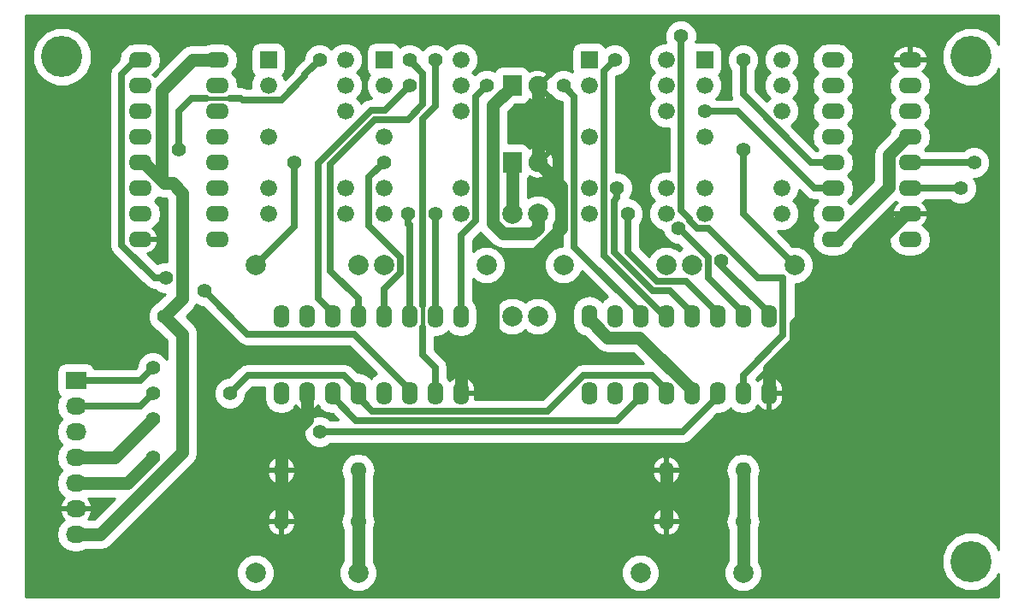
<source format=gbr>
G04 #@! TF.FileFunction,Copper,L1,Top,Signal*
%FSLAX46Y46*%
G04 Gerber Fmt 4.6, Leading zero omitted, Abs format (unit mm)*
G04 Created by KiCad (PCBNEW (2015-12-07 BZR 6352)-product) date Sat 06 Feb 2016 08:07:49 PM EST*
%MOMM*%
G01*
G04 APERTURE LIST*
%ADD10C,0.100000*%
%ADD11R,1.676400X1.676400*%
%ADD12C,1.676400*%
%ADD13O,2.300000X1.600000*%
%ADD14R,1.900000X2.000000*%
%ADD15C,1.900000*%
%ADD16R,2.032000X1.727200*%
%ADD17O,2.032000X1.727200*%
%ADD18C,1.998980*%
%ADD19O,1.600000X1.600000*%
%ADD20O,1.600000X2.300000*%
%ADD21C,4.064000*%
%ADD22C,1.400000*%
%ADD23C,1.270000*%
%ADD24C,0.635000*%
%ADD25C,0.431800*%
%ADD26C,0.254000*%
G04 APERTURE END LIST*
D10*
D11*
X68580000Y54610000D03*
D12*
X68580000Y52070000D03*
X68580000Y46990000D03*
X68580000Y41910000D03*
X68580000Y39370000D03*
X76200000Y39370000D03*
X76200000Y41910000D03*
X76200000Y49530000D03*
X76200000Y52070000D03*
X76200000Y54610000D03*
D13*
X20320000Y36830000D03*
X20320000Y39370000D03*
X20320000Y41910000D03*
X20320000Y44450000D03*
X20320000Y46990000D03*
X20320000Y49530000D03*
X20320000Y52070000D03*
X20320000Y54610000D03*
X12700000Y54610000D03*
X12700000Y52070000D03*
X12700000Y49530000D03*
X12700000Y46990000D03*
X12700000Y44450000D03*
X12700000Y41910000D03*
X12700000Y39370000D03*
X12700000Y36830000D03*
D11*
X36830000Y54610000D03*
D12*
X36830000Y52070000D03*
X36830000Y46990000D03*
X36830000Y41910000D03*
X36830000Y39370000D03*
X44450000Y39370000D03*
X44450000Y41910000D03*
X44450000Y49530000D03*
X44450000Y52070000D03*
X44450000Y54610000D03*
D14*
X49530000Y44450000D03*
D15*
X52070000Y44450000D03*
D14*
X49530000Y52070000D03*
D15*
X52070000Y52070000D03*
D16*
X6350000Y22860000D03*
D17*
X6350000Y20320000D03*
X6350000Y17780000D03*
X6350000Y15240000D03*
X6350000Y12700000D03*
X6350000Y10160000D03*
X6350000Y7620000D03*
D18*
X24130000Y34290000D03*
X34290000Y34290000D03*
X46990000Y34290000D03*
X36830000Y34290000D03*
X54610000Y34290000D03*
X64770000Y34290000D03*
X77470000Y34290000D03*
X67310000Y34290000D03*
X49530000Y39370000D03*
X49530000Y29210000D03*
X52070000Y39370000D03*
X52070000Y29210000D03*
X34290000Y3810000D03*
X24130000Y3810000D03*
X72390000Y3810000D03*
X62230000Y3810000D03*
D19*
X26670000Y13970000D03*
X26670000Y8890000D03*
X34290000Y8890000D03*
X34290000Y13970000D03*
X64770000Y13970000D03*
X64770000Y8890000D03*
X72390000Y8890000D03*
X72390000Y13970000D03*
D20*
X44450000Y29210000D03*
X41910000Y29210000D03*
X39370000Y29210000D03*
X36830000Y29210000D03*
X34290000Y29210000D03*
X31750000Y29210000D03*
X29210000Y29210000D03*
X26670000Y29210000D03*
X26670000Y21590000D03*
X29210000Y21590000D03*
X31750000Y21590000D03*
X34290000Y21590000D03*
X36830000Y21590000D03*
X39370000Y21590000D03*
X41910000Y21590000D03*
X44450000Y21590000D03*
X74930000Y29210000D03*
X72390000Y29210000D03*
X69850000Y29210000D03*
X67310000Y29210000D03*
X64770000Y29210000D03*
X62230000Y29210000D03*
X59690000Y29210000D03*
X57150000Y29210000D03*
X57150000Y21590000D03*
X59690000Y21590000D03*
X62230000Y21590000D03*
X64770000Y21590000D03*
X67310000Y21590000D03*
X69850000Y21590000D03*
X72390000Y21590000D03*
X74930000Y21590000D03*
D13*
X81280000Y54610000D03*
X81280000Y52070000D03*
X81280000Y49530000D03*
X81280000Y46990000D03*
X81280000Y44450000D03*
X81280000Y41910000D03*
X81280000Y39370000D03*
X81280000Y36830000D03*
X88900000Y36830000D03*
X88900000Y39370000D03*
X88900000Y41910000D03*
X88900000Y44450000D03*
X88900000Y46990000D03*
X88900000Y49530000D03*
X88900000Y52070000D03*
X88900000Y54610000D03*
D11*
X25400000Y54610000D03*
D12*
X25400000Y52070000D03*
X25400000Y46990000D03*
X25400000Y41910000D03*
X25400000Y39370000D03*
X33020000Y39370000D03*
X33020000Y41910000D03*
X33020000Y49530000D03*
X33020000Y52070000D03*
X33020000Y54610000D03*
D11*
X57150000Y54610000D03*
D12*
X57150000Y52070000D03*
X57150000Y46990000D03*
X57150000Y41910000D03*
X57150000Y39370000D03*
X64770000Y39370000D03*
X64770000Y41910000D03*
X64770000Y49530000D03*
X64770000Y52070000D03*
X64770000Y54610000D03*
D21*
X94990000Y4930000D03*
X94990000Y54930000D03*
X4990000Y54930000D03*
D22*
X15120000Y29210000D03*
X95250000Y44450000D03*
X21590000Y21590000D03*
X13970000Y21590000D03*
X93927680Y41910000D03*
X13970000Y24130000D03*
X27940000Y44450000D03*
X72390000Y45720000D03*
X15240000Y33020000D03*
X19050000Y31750000D03*
X30480000Y54610000D03*
X16510000Y45720000D03*
X46990000Y52070000D03*
X41962320Y39372108D03*
X39265378Y39370000D03*
X36830000Y44450000D03*
X39370000Y54610000D03*
X39370000Y52070000D03*
X30480000Y17780000D03*
X41910000Y54610000D03*
X70254095Y34738139D03*
X66014106Y37943251D03*
X60960000Y39370000D03*
X59932821Y41929150D03*
X59690000Y54610000D03*
X54610000Y52070000D03*
X66230501Y56959499D03*
X72390000Y54610000D03*
X68580000Y49530000D03*
X14035010Y19050000D03*
X13970000Y15240000D03*
D23*
X67310000Y21590000D02*
X67310000Y21940000D01*
X67310000Y21940000D02*
X62129810Y27120190D01*
X62129810Y27120190D02*
X58969348Y27120190D01*
X57150000Y28939538D02*
X57150000Y29210000D01*
X58969348Y27120190D02*
X57150000Y28939538D01*
X6350000Y7620000D02*
X8776906Y7620000D01*
X8776906Y7620000D02*
X16879802Y15722896D01*
X16879802Y15722896D02*
X16879802Y27450198D01*
X16879802Y27450198D02*
X15120000Y29210000D01*
X17900000Y54610000D02*
X20320000Y54610000D01*
X14870199Y51580199D02*
X17900000Y54610000D01*
X14870199Y42629801D02*
X14870199Y51580199D01*
X15120000Y42380000D02*
X14870199Y42629801D01*
X15926906Y42380000D02*
X15120000Y42380000D01*
X16879801Y30969801D02*
X16879801Y41427105D01*
X15120000Y29210000D02*
X16879801Y30969801D01*
X16879801Y41427105D02*
X15926906Y42380000D01*
X81280000Y36830000D02*
X81630000Y36830000D01*
X81630000Y36830000D02*
X86810190Y42010190D01*
X86810190Y42010190D02*
X86810190Y45170652D01*
X86810190Y45170652D02*
X88629538Y46990000D01*
X88629538Y46990000D02*
X88900000Y46990000D01*
X15120000Y42380000D02*
X13050000Y44450000D01*
X13050000Y44450000D02*
X12700000Y44450000D01*
D24*
X95250000Y44450000D02*
X88900000Y44450000D01*
X34290000Y21590000D02*
X34290000Y21240000D01*
X35712310Y19817690D02*
X53016240Y19817690D01*
X53016240Y19817690D02*
X56573550Y23375000D01*
X34290000Y21240000D02*
X35712310Y19817690D01*
X56573550Y23375000D02*
X63335000Y23375000D01*
X63335000Y23375000D02*
X64770000Y21940000D01*
X64770000Y21940000D02*
X64770000Y21590000D01*
X21590000Y21590000D02*
X23375000Y23375000D01*
X23375000Y23375000D02*
X32855000Y23375000D01*
X32855000Y23375000D02*
X34290000Y21940000D01*
X34290000Y21940000D02*
X34290000Y21590000D01*
X6350000Y20320000D02*
X12700000Y20320000D01*
X12700000Y20320000D02*
X13970000Y21590000D01*
X88900000Y41910000D02*
X93927680Y41910000D01*
X62230000Y21240000D02*
X62230000Y21590000D01*
X34112121Y18877879D02*
X59867879Y18877879D01*
X31750000Y21590000D02*
X31750000Y21240000D01*
X59867879Y18877879D02*
X62230000Y21240000D01*
X31750000Y21240000D02*
X34112121Y18877879D01*
X6350000Y22860000D02*
X12700000Y22860000D01*
X12700000Y22860000D02*
X13970000Y24130000D01*
D23*
X88550000Y39370000D02*
X88900000Y39370000D01*
X77609621Y26689621D02*
X77609621Y28429621D01*
X74930000Y24010000D02*
X77609621Y26689621D01*
X74930000Y21590000D02*
X74930000Y24010000D01*
X77609621Y28429621D02*
X88550000Y39370000D01*
X47590709Y27150709D02*
X47590709Y31080709D01*
X54432188Y42087812D02*
X52070000Y44450000D01*
X44450000Y24010000D02*
X47590709Y27150709D01*
X44450000Y21590000D02*
X44450000Y24010000D01*
X54432188Y37922188D02*
X54432188Y42087812D01*
X47590709Y31080709D02*
X54432188Y37922188D01*
X26670000Y13970000D02*
X26670000Y16396906D01*
X26670000Y16396906D02*
X29210000Y18936906D01*
X29210000Y18936906D02*
X29210000Y21590000D01*
X52070000Y44450000D02*
X52070000Y52070000D01*
X29210000Y21590000D02*
X29210000Y21240000D01*
X44450000Y21240000D02*
X44450000Y21590000D01*
X64770000Y8890000D02*
X64770000Y13970000D01*
X26670000Y8890000D02*
X26670000Y13970000D01*
X49530000Y44450000D02*
X49530000Y39370000D01*
X49530000Y52070000D02*
X49530000Y52020000D01*
X49530000Y52020000D02*
X47590709Y50080709D01*
X47590709Y50080709D02*
X47590709Y38439139D01*
X47590709Y38439139D02*
X48599139Y37430709D01*
X48599139Y37430709D02*
X51544201Y37430709D01*
X51544201Y37430709D02*
X52070000Y37956508D01*
X52070000Y37956508D02*
X52070000Y39370000D01*
D24*
X24130000Y34290000D02*
X27940000Y38100000D01*
X27940000Y38100000D02*
X27940000Y44450000D01*
X72390000Y45720000D02*
X72390000Y39370000D01*
X72390000Y39370000D02*
X77470000Y34290000D01*
X15240000Y33020000D02*
X14148550Y33020000D01*
X14148550Y33020000D02*
X10915000Y36253550D01*
X10915000Y36253550D02*
X10915000Y53175000D01*
X10915000Y53175000D02*
X12350000Y54610000D01*
X12350000Y54610000D02*
X12700000Y54610000D01*
X39370000Y21590000D02*
X39370000Y21940000D01*
X39370000Y21940000D02*
X33872310Y27437690D01*
X33872310Y27437690D02*
X23362310Y27437690D01*
X23362310Y27437690D02*
X19050000Y31750000D01*
X22860000Y50609499D02*
X26670000Y50609499D01*
X29019499Y53149499D02*
X29019499Y52958998D01*
X29019499Y52958998D02*
X26670000Y50609499D01*
X29019499Y53149499D02*
X30480000Y54610000D01*
X21590000Y50800000D02*
X22669499Y50800000D01*
X22669499Y50800000D02*
X22860000Y50609499D01*
D25*
X19228550Y50800000D02*
X21590000Y50800000D01*
D24*
X16510000Y49530000D02*
X17780000Y50800000D01*
X17780000Y50800000D02*
X19228550Y50800000D01*
X16510000Y45720000D02*
X16510000Y49530000D01*
X45910501Y38668959D02*
X45910501Y50990501D01*
X45910501Y50990501D02*
X46990000Y52070000D01*
X44450000Y29210000D02*
X44450000Y37208458D01*
X44450000Y37208458D02*
X45910501Y38668959D01*
X41910000Y39319788D02*
X41962320Y39372108D01*
X41910000Y29210000D02*
X41910000Y39319788D01*
X39391602Y38253827D02*
X39265378Y38380051D01*
X39265378Y38380051D02*
X39265378Y39370000D01*
X39370000Y29210000D02*
X39370000Y33100655D01*
X39370000Y33100655D02*
X39391602Y33122257D01*
X39391602Y33122257D02*
X39391602Y38253827D01*
X35369499Y38150753D02*
X35369499Y42989499D01*
X35369499Y42989499D02*
X36830000Y44450000D01*
X38451791Y33511539D02*
X38451791Y35068461D01*
X36830000Y31889748D02*
X38451791Y33511539D01*
X38451791Y35068461D02*
X35369499Y38150753D01*
X36830000Y29210000D02*
X36830000Y31889748D01*
X40692302Y50165294D02*
X40692302Y53287698D01*
X40692302Y53287698D02*
X39370000Y54610000D01*
X35974796Y48674796D02*
X39201804Y48674796D01*
X31559499Y33725501D02*
X31559499Y44259499D01*
X34290000Y30995000D02*
X31559499Y33725501D01*
X34290000Y29210000D02*
X34290000Y30995000D01*
X39201804Y48674796D02*
X40692302Y50165294D01*
X31559499Y44259499D02*
X35974796Y48674796D01*
X36914607Y49614607D02*
X39370000Y52070000D01*
X30315000Y44369607D02*
X35560000Y49614607D01*
X35560000Y49614607D02*
X36914607Y49614607D01*
X31750000Y29210000D02*
X31750000Y29560000D01*
X31750000Y29560000D02*
X30315000Y30995000D01*
X30315000Y30995000D02*
X30315000Y44369607D01*
X30480000Y17780000D02*
X66390000Y17780000D01*
X66390000Y17780000D02*
X69850000Y21240000D01*
X69850000Y21240000D02*
X69850000Y21590000D01*
X40640000Y30301450D02*
X40640000Y48783899D01*
X41910000Y50053899D02*
X41910000Y54610000D01*
X40640000Y48783899D02*
X41910000Y50053899D01*
D25*
X40640000Y28118550D02*
X40640000Y30301450D01*
D24*
X40640000Y25400000D02*
X40640000Y28118550D01*
X41910000Y24130000D02*
X40640000Y25400000D01*
X41910000Y21590000D02*
X41910000Y24130000D01*
X70254095Y34235905D02*
X70254095Y34738139D01*
X74930000Y29210000D02*
X74930000Y29560000D01*
X74930000Y29560000D02*
X70254095Y34235905D01*
X72390000Y29560000D02*
X68931791Y33018209D01*
X72390000Y29210000D02*
X72390000Y29560000D01*
X68931791Y33018209D02*
X68931791Y35068461D01*
X68931791Y35068461D02*
X66057001Y37943251D01*
X66057001Y37943251D02*
X66014106Y37943251D01*
X63851791Y32668209D02*
X60960000Y35560000D01*
X60960000Y35560000D02*
X60960000Y39370000D01*
X69850000Y29210000D02*
X69850000Y29560000D01*
X66741791Y32668209D02*
X63851791Y32668209D01*
X69850000Y29560000D02*
X66741791Y32668209D01*
X59932821Y40939201D02*
X59932821Y41929150D01*
X59637698Y35553209D02*
X59637698Y40644078D01*
X63462509Y31728398D02*
X59637698Y35553209D01*
X65141602Y31728398D02*
X63462509Y31728398D01*
X67310000Y29560000D02*
X65141602Y31728398D01*
X59637698Y40644078D02*
X59932821Y40939201D01*
X67310000Y29210000D02*
X67310000Y29560000D01*
X58610501Y35251313D02*
X58610501Y53530501D01*
X58610501Y53530501D02*
X59690000Y54610000D01*
X64770000Y29210000D02*
X64651814Y29210000D01*
X64651814Y29210000D02*
X58610501Y35251313D01*
X55689499Y36100501D02*
X55689499Y50990501D01*
X55689499Y50990501D02*
X54610000Y52070000D01*
X62230000Y29560000D02*
X55689499Y36100501D01*
X62230000Y29210000D02*
X62230000Y29560000D01*
X66230501Y39726759D02*
X66230501Y56959499D01*
X67878959Y37909499D02*
X67119499Y38668959D01*
X67119499Y38668959D02*
X67119499Y38837761D01*
X68952777Y37909499D02*
X67878959Y37909499D01*
X76352310Y33007438D02*
X73854838Y33007438D01*
X73854838Y33007438D02*
X68952777Y37909499D01*
X72390000Y23375000D02*
X76352310Y27337310D01*
X76352310Y27337310D02*
X76352310Y33007438D01*
X67119499Y38837761D02*
X66230501Y39726759D01*
X72390000Y21590000D02*
X72390000Y23375000D01*
X81280000Y52070000D02*
X80930000Y52070000D01*
X81280000Y44450000D02*
X79118458Y44450000D01*
X72390000Y51178458D02*
X72390000Y54610000D01*
X79118458Y44450000D02*
X72390000Y51178458D01*
X81280000Y41910000D02*
X79495000Y41910000D01*
X79495000Y41910000D02*
X71875000Y49530000D01*
X71875000Y49530000D02*
X68580000Y49530000D01*
D23*
X10225010Y15240000D02*
X14035010Y19050000D01*
X6350000Y15240000D02*
X10225010Y15240000D01*
X72390000Y8890000D02*
X72390000Y13970000D01*
X72390000Y3810000D02*
X72390000Y8890000D01*
X13970000Y15240000D02*
X11430000Y12700000D01*
X11430000Y12700000D02*
X6350000Y12700000D01*
X34290000Y8890000D02*
X34290000Y13970000D01*
X34290000Y3810000D02*
X34290000Y8890000D01*
D26*
G36*
X97663000Y56109904D02*
X97467747Y56582452D01*
X96646774Y57404860D01*
X95573572Y57850492D01*
X94411526Y57851506D01*
X93337548Y57407747D01*
X92515140Y56586774D01*
X92069508Y55513572D01*
X92068494Y54351526D01*
X92512253Y53277548D01*
X93333226Y52455140D01*
X94406428Y52009508D01*
X95568474Y52008494D01*
X96642452Y52452253D01*
X97464860Y53273226D01*
X97663000Y53750401D01*
X97663000Y6109904D01*
X97467747Y6582452D01*
X96646774Y7404860D01*
X95573572Y7850492D01*
X94411526Y7851506D01*
X93337548Y7407747D01*
X92515140Y6586774D01*
X92069508Y5513572D01*
X92068494Y4351526D01*
X92512253Y3277548D01*
X93333226Y2455140D01*
X94406428Y2009508D01*
X95568474Y2008494D01*
X96642452Y2452253D01*
X97464860Y3273226D01*
X97663000Y3750401D01*
X97663000Y1397000D01*
X1397000Y1397000D01*
X1397000Y3436004D01*
X22241183Y3436004D01*
X22528082Y2741654D01*
X23058859Y2209949D01*
X23752708Y1921838D01*
X24503996Y1921183D01*
X25198346Y2208082D01*
X25730051Y2738859D01*
X26018162Y3432708D01*
X26018164Y3436004D01*
X32401183Y3436004D01*
X32688082Y2741654D01*
X33218859Y2209949D01*
X33912708Y1921838D01*
X34663996Y1921183D01*
X35358346Y2208082D01*
X35890051Y2738859D01*
X36178162Y3432708D01*
X36178164Y3436004D01*
X60341183Y3436004D01*
X60628082Y2741654D01*
X61158859Y2209949D01*
X61852708Y1921838D01*
X62603996Y1921183D01*
X63298346Y2208082D01*
X63830051Y2738859D01*
X64118162Y3432708D01*
X64118164Y3436004D01*
X70501183Y3436004D01*
X70788082Y2741654D01*
X71318859Y2209949D01*
X72012708Y1921838D01*
X72763996Y1921183D01*
X73458346Y2208082D01*
X73990051Y2738859D01*
X74278162Y3432708D01*
X74278817Y4183996D01*
X73991918Y4878346D01*
X73914000Y4956400D01*
X73914000Y8139601D01*
X73983522Y8243648D01*
X74112089Y8890000D01*
X73983522Y9536352D01*
X73914000Y9640399D01*
X73914000Y13219601D01*
X73983522Y13323648D01*
X74112089Y13970000D01*
X73983522Y14616352D01*
X73617392Y15164303D01*
X73069441Y15530433D01*
X72423089Y15659000D01*
X72356911Y15659000D01*
X71710559Y15530433D01*
X71162608Y15164303D01*
X70796478Y14616352D01*
X70667911Y13970000D01*
X70796478Y13323648D01*
X70866000Y13219601D01*
X70866000Y9640399D01*
X70796478Y9536352D01*
X70667911Y8890000D01*
X70796478Y8243648D01*
X70866000Y8139601D01*
X70866000Y4957059D01*
X70789949Y4881141D01*
X70501838Y4187292D01*
X70501183Y3436004D01*
X64118164Y3436004D01*
X64118817Y4183996D01*
X63831918Y4878346D01*
X63301141Y5410051D01*
X62607292Y5698162D01*
X61856004Y5698817D01*
X61161654Y5411918D01*
X60629949Y4881141D01*
X60341838Y4187292D01*
X60341183Y3436004D01*
X36178164Y3436004D01*
X36178817Y4183996D01*
X35891918Y4878346D01*
X35814000Y4956400D01*
X35814000Y8139601D01*
X35883522Y8243648D01*
X35942661Y8540961D01*
X63378096Y8540961D01*
X63538959Y8152577D01*
X63914866Y7737611D01*
X64420959Y7498086D01*
X64643000Y7619371D01*
X64643000Y8763000D01*
X64897000Y8763000D01*
X64897000Y7619371D01*
X65119041Y7498086D01*
X65625134Y7737611D01*
X66001041Y8152577D01*
X66161904Y8540961D01*
X66039915Y8763000D01*
X64897000Y8763000D01*
X64643000Y8763000D01*
X63500085Y8763000D01*
X63378096Y8540961D01*
X35942661Y8540961D01*
X36012089Y8890000D01*
X35942662Y9239039D01*
X63378096Y9239039D01*
X63500085Y9017000D01*
X64643000Y9017000D01*
X64643000Y10160629D01*
X64897000Y10160629D01*
X64897000Y9017000D01*
X66039915Y9017000D01*
X66161904Y9239039D01*
X66001041Y9627423D01*
X65625134Y10042389D01*
X65119041Y10281914D01*
X64897000Y10160629D01*
X64643000Y10160629D01*
X64420959Y10281914D01*
X63914866Y10042389D01*
X63538959Y9627423D01*
X63378096Y9239039D01*
X35942662Y9239039D01*
X35883522Y9536352D01*
X35814000Y9640399D01*
X35814000Y13219601D01*
X35883522Y13323648D01*
X35942661Y13620961D01*
X63378096Y13620961D01*
X63538959Y13232577D01*
X63914866Y12817611D01*
X64420959Y12578086D01*
X64643000Y12699371D01*
X64643000Y13843000D01*
X64897000Y13843000D01*
X64897000Y12699371D01*
X65119041Y12578086D01*
X65625134Y12817611D01*
X66001041Y13232577D01*
X66161904Y13620961D01*
X66039915Y13843000D01*
X64897000Y13843000D01*
X64643000Y13843000D01*
X63500085Y13843000D01*
X63378096Y13620961D01*
X35942661Y13620961D01*
X36012089Y13970000D01*
X35942662Y14319039D01*
X63378096Y14319039D01*
X63500085Y14097000D01*
X64643000Y14097000D01*
X64643000Y15240629D01*
X64897000Y15240629D01*
X64897000Y14097000D01*
X66039915Y14097000D01*
X66161904Y14319039D01*
X66001041Y14707423D01*
X65625134Y15122389D01*
X65119041Y15361914D01*
X64897000Y15240629D01*
X64643000Y15240629D01*
X64420959Y15361914D01*
X63914866Y15122389D01*
X63538959Y14707423D01*
X63378096Y14319039D01*
X35942662Y14319039D01*
X35883522Y14616352D01*
X35517392Y15164303D01*
X34969441Y15530433D01*
X34323089Y15659000D01*
X34256911Y15659000D01*
X33610559Y15530433D01*
X33062608Y15164303D01*
X32696478Y14616352D01*
X32567911Y13970000D01*
X32696478Y13323648D01*
X32766000Y13219601D01*
X32766000Y9640399D01*
X32696478Y9536352D01*
X32567911Y8890000D01*
X32696478Y8243648D01*
X32766000Y8139601D01*
X32766000Y4957059D01*
X32689949Y4881141D01*
X32401838Y4187292D01*
X32401183Y3436004D01*
X26018164Y3436004D01*
X26018817Y4183996D01*
X25731918Y4878346D01*
X25201141Y5410051D01*
X24507292Y5698162D01*
X23756004Y5698817D01*
X23061654Y5411918D01*
X22529949Y4881141D01*
X22241838Y4187292D01*
X22241183Y3436004D01*
X1397000Y3436004D01*
X1397000Y20320000D01*
X4407679Y20320000D01*
X4541088Y19649309D01*
X4921004Y19080725D01*
X4966987Y19050000D01*
X4921004Y19019275D01*
X4541088Y18450691D01*
X4407679Y17780000D01*
X4541088Y17109309D01*
X4921004Y16540725D01*
X4966987Y16510000D01*
X4921004Y16479275D01*
X4541088Y15910691D01*
X4407679Y15240000D01*
X4541088Y14569309D01*
X4921004Y14000725D01*
X4966987Y13970000D01*
X4921004Y13939275D01*
X4541088Y13370691D01*
X4407679Y12700000D01*
X4541088Y12029309D01*
X4921004Y11460725D01*
X5221082Y11260219D01*
X4999268Y11062036D01*
X4745291Y10534791D01*
X4742642Y10519026D01*
X4863783Y10287000D01*
X6223000Y10287000D01*
X6223000Y10307000D01*
X6477000Y10307000D01*
X6477000Y10287000D01*
X7836217Y10287000D01*
X7957358Y10519026D01*
X7954709Y10534791D01*
X7700732Y11062036D01*
X7573179Y11176000D01*
X10177644Y11176000D01*
X8145644Y9144000D01*
X7573179Y9144000D01*
X7700732Y9257964D01*
X7954709Y9785209D01*
X7957358Y9800974D01*
X7836217Y10033000D01*
X6477000Y10033000D01*
X6477000Y10013000D01*
X6223000Y10013000D01*
X6223000Y10033000D01*
X4863783Y10033000D01*
X4742642Y9800974D01*
X4745291Y9785209D01*
X4999268Y9257964D01*
X5221082Y9059781D01*
X4921004Y8859275D01*
X4541088Y8290691D01*
X4407679Y7620000D01*
X4541088Y6949309D01*
X4921004Y6380725D01*
X5489588Y6000809D01*
X6160279Y5867400D01*
X6539721Y5867400D01*
X7210412Y6000809D01*
X7352875Y6096000D01*
X8776906Y6096000D01*
X9360116Y6212008D01*
X9854537Y6542369D01*
X11853128Y8540961D01*
X25278096Y8540961D01*
X25438959Y8152577D01*
X25814866Y7737611D01*
X26320959Y7498086D01*
X26543000Y7619371D01*
X26543000Y8763000D01*
X26797000Y8763000D01*
X26797000Y7619371D01*
X27019041Y7498086D01*
X27525134Y7737611D01*
X27901041Y8152577D01*
X28061904Y8540961D01*
X27939915Y8763000D01*
X26797000Y8763000D01*
X26543000Y8763000D01*
X25400085Y8763000D01*
X25278096Y8540961D01*
X11853128Y8540961D01*
X12551206Y9239039D01*
X25278096Y9239039D01*
X25400085Y9017000D01*
X26543000Y9017000D01*
X26543000Y10160629D01*
X26797000Y10160629D01*
X26797000Y9017000D01*
X27939915Y9017000D01*
X28061904Y9239039D01*
X27901041Y9627423D01*
X27525134Y10042389D01*
X27019041Y10281914D01*
X26797000Y10160629D01*
X26543000Y10160629D01*
X26320959Y10281914D01*
X25814866Y10042389D01*
X25438959Y9627423D01*
X25278096Y9239039D01*
X12551206Y9239039D01*
X16933128Y13620961D01*
X25278096Y13620961D01*
X25438959Y13232577D01*
X25814866Y12817611D01*
X26320959Y12578086D01*
X26543000Y12699371D01*
X26543000Y13843000D01*
X26797000Y13843000D01*
X26797000Y12699371D01*
X27019041Y12578086D01*
X27525134Y12817611D01*
X27901041Y13232577D01*
X28061904Y13620961D01*
X27939915Y13843000D01*
X26797000Y13843000D01*
X26543000Y13843000D01*
X25400085Y13843000D01*
X25278096Y13620961D01*
X16933128Y13620961D01*
X17631206Y14319039D01*
X25278096Y14319039D01*
X25400085Y14097000D01*
X26543000Y14097000D01*
X26543000Y15240629D01*
X26797000Y15240629D01*
X26797000Y14097000D01*
X27939915Y14097000D01*
X28061904Y14319039D01*
X27901041Y14707423D01*
X27525134Y15122389D01*
X27019041Y15361914D01*
X26797000Y15240629D01*
X26543000Y15240629D01*
X26320959Y15361914D01*
X25814866Y15122389D01*
X25438959Y14707423D01*
X25278096Y14319039D01*
X17631206Y14319039D01*
X17957430Y14645263D01*
X17957433Y14645265D01*
X18287794Y15139686D01*
X18403802Y15722896D01*
X18403802Y27450198D01*
X18372397Y27608082D01*
X18287795Y28033407D01*
X17957433Y28527829D01*
X17275262Y29210000D01*
X17957429Y29892168D01*
X17957432Y29892170D01*
X18266537Y30354779D01*
X18732542Y30161277D01*
X18932650Y30161102D01*
X22509185Y26584566D01*
X22826463Y26372567D01*
X22900602Y26323029D01*
X23362310Y26231190D01*
X33372562Y26231190D01*
X36111548Y23492203D01*
X35635697Y23174249D01*
X35560000Y23060961D01*
X35484303Y23174249D01*
X34936352Y23540379D01*
X34290000Y23668946D01*
X34271068Y23665180D01*
X33708124Y24228124D01*
X33517318Y24355617D01*
X33316708Y24489661D01*
X32855000Y24581500D01*
X23375000Y24581500D01*
X22913292Y24489661D01*
X22521876Y24228124D01*
X21472855Y23179103D01*
X21275315Y23179275D01*
X20691080Y22937874D01*
X20243697Y22491271D01*
X20001277Y21907458D01*
X20000725Y21275315D01*
X20242126Y20691080D01*
X20688729Y20243697D01*
X21272542Y20001277D01*
X21904685Y20000725D01*
X22488920Y20242126D01*
X22936303Y20688729D01*
X23178723Y21272542D01*
X23178898Y21472650D01*
X23874748Y22168500D01*
X25018506Y22168500D01*
X24981000Y21979946D01*
X24981000Y21200054D01*
X25109567Y20553702D01*
X25475697Y20005751D01*
X26023648Y19639621D01*
X26670000Y19511054D01*
X27316352Y19639621D01*
X27864303Y20005751D01*
X28102615Y20362409D01*
X28285104Y20135500D01*
X28778181Y19865633D01*
X28860961Y19848096D01*
X29083000Y19970085D01*
X29083000Y21463000D01*
X29063000Y21463000D01*
X29063000Y21717000D01*
X29083000Y21717000D01*
X29083000Y21737000D01*
X29337000Y21737000D01*
X29337000Y21717000D01*
X29357000Y21717000D01*
X29357000Y21463000D01*
X29337000Y21463000D01*
X29337000Y19970085D01*
X29559039Y19848096D01*
X29641819Y19865633D01*
X30134896Y20135500D01*
X30317385Y20362409D01*
X30555697Y20005751D01*
X31103648Y19639621D01*
X31750000Y19511054D01*
X31768932Y19514820D01*
X32297251Y18986500D01*
X31520830Y18986500D01*
X31381271Y19126303D01*
X30797458Y19368723D01*
X30165315Y19369275D01*
X29581080Y19127874D01*
X29133697Y18681271D01*
X28891277Y18097458D01*
X28890725Y17465315D01*
X29132126Y16881080D01*
X29578729Y16433697D01*
X30162542Y16191277D01*
X30794685Y16190725D01*
X31378920Y16432126D01*
X31520541Y16573500D01*
X66390000Y16573500D01*
X66851708Y16665339D01*
X67243124Y16926876D01*
X69831068Y19514820D01*
X69850000Y19511054D01*
X70496352Y19639621D01*
X71044303Y20005751D01*
X71120000Y20119039D01*
X71195697Y20005751D01*
X71743648Y19639621D01*
X72390000Y19511054D01*
X73036352Y19639621D01*
X73584303Y20005751D01*
X73822615Y20362409D01*
X74005104Y20135500D01*
X74498181Y19865633D01*
X74580961Y19848096D01*
X74803000Y19970085D01*
X74803000Y21463000D01*
X75057000Y21463000D01*
X75057000Y19970085D01*
X75279039Y19848096D01*
X75361819Y19865633D01*
X75854896Y20135500D01*
X76207166Y20573517D01*
X76365000Y21113000D01*
X76365000Y21463000D01*
X75057000Y21463000D01*
X74803000Y21463000D01*
X74783000Y21463000D01*
X74783000Y21717000D01*
X74803000Y21717000D01*
X74803000Y23209915D01*
X75057000Y23209915D01*
X75057000Y21717000D01*
X76365000Y21717000D01*
X76365000Y22067000D01*
X76207166Y22606483D01*
X75854896Y23044500D01*
X75361819Y23314367D01*
X75279039Y23331904D01*
X75057000Y23209915D01*
X74803000Y23209915D01*
X74580961Y23331904D01*
X74498181Y23314367D01*
X74005104Y23044500D01*
X73822615Y22817591D01*
X73708950Y22987702D01*
X77205435Y26484186D01*
X77466972Y26875603D01*
X77558810Y27337310D01*
X77558810Y32401432D01*
X77843996Y32401183D01*
X78538346Y32688082D01*
X79070051Y33218859D01*
X79358162Y33912708D01*
X79358817Y34663996D01*
X79071918Y35358346D01*
X78541141Y35890051D01*
X77847292Y36178162D01*
X77287598Y36178650D01*
X75800579Y37665669D01*
X75854931Y37643100D01*
X76542054Y37642501D01*
X77177102Y37904897D01*
X77663395Y38390342D01*
X77926900Y39024931D01*
X77927499Y39712054D01*
X77665103Y40347102D01*
X77372631Y40640085D01*
X77663395Y40930342D01*
X77926900Y41564931D01*
X77927080Y41771671D01*
X78641875Y41056876D01*
X78964327Y40841420D01*
X79033292Y40795339D01*
X79495000Y40703500D01*
X79714005Y40703500D01*
X79809039Y40640000D01*
X79695751Y40564303D01*
X79329621Y40016352D01*
X79201054Y39370000D01*
X79329621Y38723648D01*
X79695751Y38175697D01*
X79809039Y38100000D01*
X79695751Y38024303D01*
X79329621Y37476352D01*
X79201054Y36830000D01*
X79329621Y36183648D01*
X79695751Y35635697D01*
X80243702Y35269567D01*
X80890054Y35141000D01*
X81669946Y35141000D01*
X82316298Y35269567D01*
X82864249Y35635697D01*
X83230379Y36183648D01*
X83253091Y36297829D01*
X83785262Y36830000D01*
X86821054Y36830000D01*
X86949621Y36183648D01*
X87315751Y35635697D01*
X87863702Y35269567D01*
X88510054Y35141000D01*
X89289946Y35141000D01*
X89936298Y35269567D01*
X90484249Y35635697D01*
X90850379Y36183648D01*
X90978946Y36830000D01*
X90850379Y37476352D01*
X90484249Y38024303D01*
X90127591Y38262615D01*
X90354500Y38445104D01*
X90624367Y38938181D01*
X90641904Y39020961D01*
X90519915Y39243000D01*
X89027000Y39243000D01*
X89027000Y39223000D01*
X88773000Y39223000D01*
X88773000Y39243000D01*
X87280085Y39243000D01*
X87158096Y39020961D01*
X87175633Y38938181D01*
X87445500Y38445104D01*
X87672409Y38262615D01*
X87315751Y38024303D01*
X86949621Y37476352D01*
X86821054Y36830000D01*
X83785262Y36830000D01*
X87528682Y40573420D01*
X87672409Y40477385D01*
X87445500Y40294896D01*
X87175633Y39801819D01*
X87158096Y39719039D01*
X87280085Y39497000D01*
X88773000Y39497000D01*
X88773000Y39517000D01*
X89027000Y39517000D01*
X89027000Y39497000D01*
X90519915Y39497000D01*
X90641904Y39719039D01*
X90624367Y39801819D01*
X90354500Y40294896D01*
X90127591Y40477385D01*
X90465995Y40703500D01*
X92886850Y40703500D01*
X93026409Y40563697D01*
X93610222Y40321277D01*
X94242365Y40320725D01*
X94826600Y40562126D01*
X95273983Y41008729D01*
X95516403Y41592542D01*
X95516955Y42224685D01*
X95275554Y42808920D01*
X95223542Y42861023D01*
X95564685Y42860725D01*
X96148920Y43102126D01*
X96596303Y43548729D01*
X96838723Y44132542D01*
X96839275Y44764685D01*
X96597874Y45348920D01*
X96151271Y45796303D01*
X95567458Y46038723D01*
X94935315Y46039275D01*
X94351080Y45797874D01*
X94209459Y45656500D01*
X90465995Y45656500D01*
X90370961Y45720000D01*
X90484249Y45795697D01*
X90850379Y46343648D01*
X90978946Y46990000D01*
X90850379Y47636352D01*
X90484249Y48184303D01*
X90370961Y48260000D01*
X90484249Y48335697D01*
X90850379Y48883648D01*
X90978946Y49530000D01*
X90850379Y50176352D01*
X90484249Y50724303D01*
X90370961Y50800000D01*
X90484249Y50875697D01*
X90850379Y51423648D01*
X90978946Y52070000D01*
X90850379Y52716352D01*
X90484249Y53264303D01*
X90127591Y53502615D01*
X90354500Y53685104D01*
X90624367Y54178181D01*
X90641904Y54260961D01*
X90519915Y54483000D01*
X89027000Y54483000D01*
X89027000Y54463000D01*
X88773000Y54463000D01*
X88773000Y54483000D01*
X87280085Y54483000D01*
X87158096Y54260961D01*
X87175633Y54178181D01*
X87445500Y53685104D01*
X87672409Y53502615D01*
X87315751Y53264303D01*
X86949621Y52716352D01*
X86821054Y52070000D01*
X86949621Y51423648D01*
X87315751Y50875697D01*
X87429039Y50800000D01*
X87315751Y50724303D01*
X86949621Y50176352D01*
X86821054Y49530000D01*
X86949621Y48883648D01*
X87315751Y48335697D01*
X87429039Y48260000D01*
X87315751Y48184303D01*
X86949621Y47636352D01*
X86907159Y47422883D01*
X85732559Y46248283D01*
X85402198Y45753862D01*
X85286190Y45170652D01*
X85286190Y42641452D01*
X83002353Y40357615D01*
X82864249Y40564303D01*
X82750961Y40640000D01*
X82864249Y40715697D01*
X83230379Y41263648D01*
X83358946Y41910000D01*
X83230379Y42556352D01*
X82864249Y43104303D01*
X82750961Y43180000D01*
X82864249Y43255697D01*
X83230379Y43803648D01*
X83358946Y44450000D01*
X83230379Y45096352D01*
X82864249Y45644303D01*
X82750961Y45720000D01*
X82864249Y45795697D01*
X83230379Y46343648D01*
X83358946Y46990000D01*
X83230379Y47636352D01*
X82864249Y48184303D01*
X82750961Y48260000D01*
X82864249Y48335697D01*
X83230379Y48883648D01*
X83358946Y49530000D01*
X83230379Y50176352D01*
X82864249Y50724303D01*
X82750961Y50800000D01*
X82864249Y50875697D01*
X83230379Y51423648D01*
X83358946Y52070000D01*
X83230379Y52716352D01*
X82864249Y53264303D01*
X82750961Y53340000D01*
X82864249Y53415697D01*
X83230379Y53963648D01*
X83358946Y54610000D01*
X83289519Y54959039D01*
X87158096Y54959039D01*
X87280085Y54737000D01*
X88773000Y54737000D01*
X88773000Y56045000D01*
X89027000Y56045000D01*
X89027000Y54737000D01*
X90519915Y54737000D01*
X90641904Y54959039D01*
X90624367Y55041819D01*
X90354500Y55534896D01*
X89916483Y55887166D01*
X89377000Y56045000D01*
X89027000Y56045000D01*
X88773000Y56045000D01*
X88423000Y56045000D01*
X87883517Y55887166D01*
X87445500Y55534896D01*
X87175633Y55041819D01*
X87158096Y54959039D01*
X83289519Y54959039D01*
X83230379Y55256352D01*
X82864249Y55804303D01*
X82316298Y56170433D01*
X81669946Y56299000D01*
X80890054Y56299000D01*
X80243702Y56170433D01*
X79695751Y55804303D01*
X79329621Y55256352D01*
X79201054Y54610000D01*
X79329621Y53963648D01*
X79695751Y53415697D01*
X79809039Y53340000D01*
X79695751Y53264303D01*
X79329621Y52716352D01*
X79201054Y52070000D01*
X79329621Y51423648D01*
X79695751Y50875697D01*
X79809039Y50800000D01*
X79695751Y50724303D01*
X79329621Y50176352D01*
X79201054Y49530000D01*
X79329621Y48883648D01*
X79695751Y48335697D01*
X79809039Y48260000D01*
X79695751Y48184303D01*
X79329621Y47636352D01*
X79201054Y46990000D01*
X79329621Y46343648D01*
X79695751Y45795697D01*
X79809039Y45720000D01*
X79714005Y45656500D01*
X79618207Y45656500D01*
X77193470Y48081237D01*
X77663395Y48550342D01*
X77926900Y49184931D01*
X77927499Y49872054D01*
X77665103Y50507102D01*
X77372631Y50800085D01*
X77663395Y51090342D01*
X77926900Y51724931D01*
X77927499Y52412054D01*
X77665103Y53047102D01*
X77372631Y53340085D01*
X77663395Y53630342D01*
X77926900Y54264931D01*
X77927499Y54952054D01*
X77665103Y55587102D01*
X77179658Y56073395D01*
X76545069Y56336900D01*
X75857946Y56337499D01*
X75222898Y56075103D01*
X74736605Y55589658D01*
X74473100Y54955069D01*
X74472501Y54267946D01*
X74734897Y53632898D01*
X75027369Y53339915D01*
X74736605Y53049658D01*
X74473100Y52415069D01*
X74472501Y51727946D01*
X74734897Y51092898D01*
X75027369Y50799915D01*
X74750839Y50523867D01*
X73596500Y51678206D01*
X73596500Y53569170D01*
X73736303Y53708729D01*
X73978723Y54292542D01*
X73979275Y54924685D01*
X73737874Y55508920D01*
X73291271Y55956303D01*
X72707458Y56198723D01*
X72075315Y56199275D01*
X71491080Y55957874D01*
X71043697Y55511271D01*
X70801277Y54927458D01*
X70800725Y54295315D01*
X71042126Y53711080D01*
X71183500Y53569459D01*
X71183500Y51178458D01*
X71271410Y50736500D01*
X69688935Y50736500D01*
X70043395Y51090342D01*
X70306900Y51724931D01*
X70307499Y52412054D01*
X70045103Y53047102D01*
X70001534Y53090747D01*
X70050217Y53122074D01*
X70253203Y53419153D01*
X70324616Y53771800D01*
X70324616Y55448200D01*
X70262627Y55777644D01*
X70067926Y56080217D01*
X69770847Y56283203D01*
X69418200Y56354616D01*
X67741800Y56354616D01*
X67696322Y56346059D01*
X67819224Y56642041D01*
X67819776Y57274184D01*
X67578375Y57858419D01*
X67131772Y58305802D01*
X66547959Y58548222D01*
X65915816Y58548774D01*
X65331581Y58307373D01*
X64884198Y57860770D01*
X64641778Y57276957D01*
X64641226Y56644814D01*
X64768329Y56337202D01*
X64427946Y56337499D01*
X63792898Y56075103D01*
X63306605Y55589658D01*
X63043100Y54955069D01*
X63042501Y54267946D01*
X63304897Y53632898D01*
X63597369Y53339915D01*
X63306605Y53049658D01*
X63043100Y52415069D01*
X63042501Y51727946D01*
X63304897Y51092898D01*
X63597369Y50799915D01*
X63306605Y50509658D01*
X63043100Y49875069D01*
X63042501Y49187946D01*
X63304897Y48552898D01*
X63790342Y48066605D01*
X64424931Y47803100D01*
X65024001Y47802578D01*
X65024001Y43636979D01*
X64427946Y43637499D01*
X63792898Y43375103D01*
X63306605Y42889658D01*
X63043100Y42255069D01*
X63042501Y41567946D01*
X63304897Y40932898D01*
X63597369Y40639915D01*
X63306605Y40349658D01*
X63043100Y39715069D01*
X63042501Y39027946D01*
X63304897Y38392898D01*
X63790342Y37906605D01*
X64424844Y37643136D01*
X64424831Y37628566D01*
X64666232Y37044331D01*
X65112835Y36596948D01*
X65696648Y36354528D01*
X65939688Y36354316D01*
X66355179Y35938825D01*
X66241654Y35891918D01*
X66040114Y35690730D01*
X65841141Y35890051D01*
X65147292Y36178162D01*
X64396004Y36178817D01*
X63701654Y35891918D01*
X63169949Y35361141D01*
X63080507Y35145741D01*
X62166500Y36059748D01*
X62166500Y38329170D01*
X62306303Y38468729D01*
X62548723Y39052542D01*
X62549275Y39684685D01*
X62307874Y40268920D01*
X61861271Y40716303D01*
X61277458Y40958723D01*
X61209906Y40958782D01*
X61279124Y41027879D01*
X61521544Y41611692D01*
X61522096Y42243835D01*
X61280695Y42828070D01*
X60834092Y43275453D01*
X60250279Y43517873D01*
X59817001Y43518251D01*
X59817001Y53020889D01*
X60004685Y53020725D01*
X60588920Y53262126D01*
X61036303Y53708729D01*
X61278723Y54292542D01*
X61279275Y54924685D01*
X61037874Y55508920D01*
X60591271Y55956303D01*
X60007458Y56198723D01*
X59375315Y56199275D01*
X58791080Y55957874D01*
X58745762Y55912635D01*
X58637926Y56080217D01*
X58340847Y56283203D01*
X57988200Y56354616D01*
X56311800Y56354616D01*
X55982356Y56292627D01*
X55679783Y56097926D01*
X55476797Y55800847D01*
X55405384Y55448200D01*
X55405384Y53771800D01*
X55467373Y53442356D01*
X55474244Y53431678D01*
X54927458Y53658723D01*
X54295315Y53659275D01*
X53711080Y53417874D01*
X53269704Y52977268D01*
X53186350Y53006745D01*
X52249605Y52070000D01*
X53186350Y51133255D01*
X53270262Y51162930D01*
X53708729Y50723697D01*
X54292542Y50481277D01*
X54482999Y50481111D01*
X54482999Y36178602D01*
X54236004Y36178817D01*
X53541654Y35891918D01*
X53009949Y35361141D01*
X52721838Y34667292D01*
X52721183Y33916004D01*
X53008082Y33221654D01*
X53538859Y32689949D01*
X54232708Y32401838D01*
X54983996Y32401183D01*
X55678346Y32688082D01*
X56210051Y33218859D01*
X56402184Y33681568D01*
X58971548Y31112204D01*
X58495697Y30794249D01*
X58420000Y30680961D01*
X58344303Y30794249D01*
X57796352Y31160379D01*
X57150000Y31288946D01*
X56503648Y31160379D01*
X55955697Y30794249D01*
X55589567Y30246298D01*
X55461000Y29599946D01*
X55461000Y28820054D01*
X55589567Y28173702D01*
X55955697Y27625751D01*
X56503648Y27259621D01*
X56717117Y27217160D01*
X57891715Y26042562D01*
X57891717Y26042559D01*
X58065864Y25926198D01*
X58386139Y25712197D01*
X58969348Y25596189D01*
X58969353Y25596190D01*
X61498548Y25596190D01*
X62513238Y24581500D01*
X56573550Y24581500D01*
X56111842Y24489661D01*
X55720426Y24228124D01*
X52516492Y21024190D01*
X45859017Y21024190D01*
X45885000Y21113000D01*
X45885000Y21463000D01*
X44577000Y21463000D01*
X44577000Y21443000D01*
X44323000Y21443000D01*
X44323000Y21463000D01*
X44303000Y21463000D01*
X44303000Y21717000D01*
X44323000Y21717000D01*
X44323000Y23209915D01*
X44577000Y23209915D01*
X44577000Y21717000D01*
X45885000Y21717000D01*
X45885000Y22067000D01*
X45727166Y22606483D01*
X45374896Y23044500D01*
X44881819Y23314367D01*
X44799039Y23331904D01*
X44577000Y23209915D01*
X44323000Y23209915D01*
X44100961Y23331904D01*
X44018181Y23314367D01*
X43525104Y23044500D01*
X43342615Y22817591D01*
X43116500Y23155995D01*
X43116500Y24130000D01*
X43024661Y24591708D01*
X42763124Y24983124D01*
X41846500Y25899748D01*
X41846500Y27143685D01*
X41910000Y27131054D01*
X42556352Y27259621D01*
X43104303Y27625751D01*
X43180000Y27739039D01*
X43255697Y27625751D01*
X43803648Y27259621D01*
X44450000Y27131054D01*
X45096352Y27259621D01*
X45644303Y27625751D01*
X46010433Y28173702D01*
X46139000Y28820054D01*
X46139000Y28836004D01*
X47641183Y28836004D01*
X47928082Y28141654D01*
X48458859Y27609949D01*
X49152708Y27321838D01*
X49903996Y27321183D01*
X50598346Y27608082D01*
X50799886Y27809270D01*
X50998859Y27609949D01*
X51692708Y27321838D01*
X52443996Y27321183D01*
X53138346Y27608082D01*
X53670051Y28138859D01*
X53958162Y28832708D01*
X53958817Y29583996D01*
X53671918Y30278346D01*
X53141141Y30810051D01*
X52447292Y31098162D01*
X51696004Y31098817D01*
X51001654Y30811918D01*
X50800114Y30610730D01*
X50601141Y30810051D01*
X49907292Y31098162D01*
X49156004Y31098817D01*
X48461654Y30811918D01*
X47929949Y30281141D01*
X47641838Y29587292D01*
X47641183Y28836004D01*
X46139000Y28836004D01*
X46139000Y29599946D01*
X46010433Y30246298D01*
X45656500Y30775995D01*
X45656500Y32952767D01*
X45918859Y32689949D01*
X46612708Y32401838D01*
X47363996Y32401183D01*
X48058346Y32688082D01*
X48590051Y33218859D01*
X48878162Y33912708D01*
X48878817Y34663996D01*
X48591918Y35358346D01*
X48061141Y35890051D01*
X47367292Y36178162D01*
X46616004Y36178817D01*
X45921654Y35891918D01*
X45656500Y35627227D01*
X45656500Y36708710D01*
X46431456Y37483665D01*
X46505200Y37373299D01*
X46513078Y37361508D01*
X47521506Y36353081D01*
X47521508Y36353078D01*
X48015929Y36022717D01*
X48599139Y35906709D01*
X51544201Y35906709D01*
X52127411Y36022717D01*
X52621832Y36353078D01*
X53147631Y36878877D01*
X53199831Y36957000D01*
X53477992Y37373298D01*
X53594000Y37956508D01*
X53594000Y38222941D01*
X53670051Y38298859D01*
X53958162Y38992708D01*
X53958817Y39743996D01*
X53671918Y40438346D01*
X53141141Y40970051D01*
X52447292Y41258162D01*
X51696004Y41258817D01*
X51054000Y40993547D01*
X51054000Y42762941D01*
X51112017Y42800274D01*
X51283201Y43050810D01*
X51817398Y42853812D01*
X52447461Y42878648D01*
X52914208Y43071981D01*
X53006745Y43333650D01*
X52070000Y44270395D01*
X52055858Y44256253D01*
X51876253Y44435858D01*
X51890395Y44450000D01*
X52249605Y44450000D01*
X53186350Y43513255D01*
X53448019Y43605792D01*
X53666188Y44197398D01*
X53641352Y44827461D01*
X53448019Y45294208D01*
X53186350Y45386745D01*
X52249605Y44450000D01*
X51890395Y44450000D01*
X51876253Y44464143D01*
X52055858Y44643748D01*
X52070000Y44629605D01*
X53006745Y45566350D01*
X52914208Y45828019D01*
X52322602Y46046188D01*
X51692539Y46021352D01*
X51278990Y45850054D01*
X51129726Y46082017D01*
X50832647Y46285003D01*
X50480000Y46356416D01*
X49114709Y46356416D01*
X49114709Y49449447D01*
X49828845Y50163584D01*
X50480000Y50163584D01*
X50809444Y50225573D01*
X51112017Y50420274D01*
X51283201Y50670810D01*
X51817398Y50473812D01*
X52447461Y50498648D01*
X52914208Y50691981D01*
X53006745Y50953650D01*
X52070000Y51890395D01*
X52055858Y51876253D01*
X51876253Y52055858D01*
X51890395Y52070000D01*
X51876253Y52084143D01*
X52055858Y52263748D01*
X52070000Y52249605D01*
X53006745Y53186350D01*
X52914208Y53448019D01*
X52322602Y53666188D01*
X51692539Y53641352D01*
X51278990Y53470054D01*
X51129726Y53702017D01*
X50832647Y53905003D01*
X50480000Y53976416D01*
X48580000Y53976416D01*
X48250556Y53914427D01*
X47947983Y53719726D01*
X47773949Y53465019D01*
X47307458Y53658723D01*
X46675315Y53659275D01*
X46091080Y53417874D01*
X45817552Y53144823D01*
X45622631Y53340085D01*
X45913395Y53630342D01*
X46176900Y54264931D01*
X46177499Y54952054D01*
X45915103Y55587102D01*
X45429658Y56073395D01*
X44795069Y56336900D01*
X44107946Y56337499D01*
X43472898Y56075103D01*
X43082107Y55684994D01*
X42811271Y55956303D01*
X42227458Y56198723D01*
X41595315Y56199275D01*
X41011080Y55957874D01*
X40639745Y55587186D01*
X40271271Y55956303D01*
X39687458Y56198723D01*
X39055315Y56199275D01*
X38471080Y55957874D01*
X38425762Y55912635D01*
X38317926Y56080217D01*
X38020847Y56283203D01*
X37668200Y56354616D01*
X35991800Y56354616D01*
X35662356Y56292627D01*
X35359783Y56097926D01*
X35156797Y55800847D01*
X35085384Y55448200D01*
X35085384Y53771800D01*
X35147373Y53442356D01*
X35342074Y53139783D01*
X35410234Y53093211D01*
X35366605Y53049658D01*
X35103100Y52415069D01*
X35102501Y51727946D01*
X35364897Y51092898D01*
X35636214Y50821107D01*
X35560000Y50821107D01*
X35155041Y50740556D01*
X35098292Y50729268D01*
X34706876Y50467731D01*
X34561457Y50322312D01*
X34485103Y50507102D01*
X34192631Y50800085D01*
X34483395Y51090342D01*
X34746900Y51724931D01*
X34747499Y52412054D01*
X34485103Y53047102D01*
X34192631Y53340085D01*
X34483395Y53630342D01*
X34746900Y54264931D01*
X34747499Y54952054D01*
X34485103Y55587102D01*
X33999658Y56073395D01*
X33365069Y56336900D01*
X32677946Y56337499D01*
X32042898Y56075103D01*
X31652107Y55684994D01*
X31381271Y55956303D01*
X30797458Y56198723D01*
X30165315Y56199275D01*
X29581080Y55957874D01*
X29133697Y55511271D01*
X28891277Y54927458D01*
X28891102Y54727351D01*
X28166375Y54002623D01*
X27904838Y53611207D01*
X27889786Y53535534D01*
X27021893Y52667641D01*
X26865103Y53047102D01*
X26821534Y53090747D01*
X26870217Y53122074D01*
X27073203Y53419153D01*
X27144616Y53771800D01*
X27144616Y55448200D01*
X27082627Y55777644D01*
X26887926Y56080217D01*
X26590847Y56283203D01*
X26238200Y56354616D01*
X24561800Y56354616D01*
X24232356Y56292627D01*
X23929783Y56097926D01*
X23726797Y55800847D01*
X23655384Y55448200D01*
X23655384Y53771800D01*
X23717373Y53442356D01*
X23912074Y53139783D01*
X23980234Y53093211D01*
X23936605Y53049658D01*
X23673100Y52415069D01*
X23672578Y51815999D01*
X23278864Y51815999D01*
X23131207Y51914661D01*
X22669499Y52006500D01*
X22386315Y52006500D01*
X22398946Y52070000D01*
X22270379Y52716352D01*
X21904249Y53264303D01*
X21790961Y53340000D01*
X21904249Y53415697D01*
X22270379Y53963648D01*
X22398946Y54610000D01*
X22270379Y55256352D01*
X21904249Y55804303D01*
X21356298Y56170433D01*
X20709946Y56299000D01*
X19930054Y56299000D01*
X19283702Y56170433D01*
X19229176Y56134000D01*
X17900005Y56134000D01*
X17900000Y56134001D01*
X17316791Y56017993D01*
X17316789Y56017992D01*
X17316790Y56017992D01*
X16822369Y55687631D01*
X16822367Y55687628D01*
X14140718Y53005980D01*
X13927591Y53177385D01*
X14284249Y53415697D01*
X14650379Y53963648D01*
X14778946Y54610000D01*
X14650379Y55256352D01*
X14284249Y55804303D01*
X13736298Y56170433D01*
X13089946Y56299000D01*
X12310054Y56299000D01*
X11663702Y56170433D01*
X11115751Y55804303D01*
X10749621Y55256352D01*
X10621054Y54610000D01*
X10624820Y54591068D01*
X10061876Y54028124D01*
X9800339Y53636708D01*
X9708500Y53175000D01*
X9708500Y36253550D01*
X9800339Y35791842D01*
X9955252Y35560000D01*
X10061876Y35400426D01*
X13295425Y32166876D01*
X13474187Y32047431D01*
X13686842Y31905339D01*
X14148550Y31813500D01*
X14199170Y31813500D01*
X14338729Y31673697D01*
X14922542Y31431277D01*
X15185786Y31431047D01*
X14377063Y30622325D01*
X14221080Y30557874D01*
X13773697Y30111271D01*
X13531277Y29527458D01*
X13530725Y28895315D01*
X13772126Y28311080D01*
X14218729Y27863697D01*
X14376591Y27798147D01*
X15355802Y26818936D01*
X15355802Y24937127D01*
X15317874Y25028920D01*
X14871271Y25476303D01*
X14287458Y25718723D01*
X13655315Y25719275D01*
X13071080Y25477874D01*
X12623697Y25031271D01*
X12381277Y24447458D01*
X12381102Y24247350D01*
X12200252Y24066500D01*
X8201768Y24066500D01*
X8015726Y24355617D01*
X7718647Y24558603D01*
X7366000Y24630016D01*
X5334000Y24630016D01*
X5004556Y24568027D01*
X4701983Y24373326D01*
X4498997Y24076247D01*
X4427584Y23723600D01*
X4427584Y21996400D01*
X4489573Y21666956D01*
X4684274Y21364383D01*
X4757397Y21314420D01*
X4541088Y20990691D01*
X4407679Y20320000D01*
X1397000Y20320000D01*
X1397000Y54351526D01*
X2068494Y54351526D01*
X2512253Y53277548D01*
X3333226Y52455140D01*
X4406428Y52009508D01*
X5568474Y52008494D01*
X6642452Y52452253D01*
X7464860Y53273226D01*
X7910492Y54346428D01*
X7911506Y55508474D01*
X7467747Y56582452D01*
X6646774Y57404860D01*
X5573572Y57850492D01*
X4411526Y57851506D01*
X3337548Y57407747D01*
X2515140Y56586774D01*
X2069508Y55513572D01*
X2068494Y54351526D01*
X1397000Y54351526D01*
X1397000Y58966000D01*
X97663000Y58966000D01*
X97663000Y56109904D01*
X97663000Y56109904D01*
G37*
X97663000Y56109904D02*
X97467747Y56582452D01*
X96646774Y57404860D01*
X95573572Y57850492D01*
X94411526Y57851506D01*
X93337548Y57407747D01*
X92515140Y56586774D01*
X92069508Y55513572D01*
X92068494Y54351526D01*
X92512253Y53277548D01*
X93333226Y52455140D01*
X94406428Y52009508D01*
X95568474Y52008494D01*
X96642452Y52452253D01*
X97464860Y53273226D01*
X97663000Y53750401D01*
X97663000Y6109904D01*
X97467747Y6582452D01*
X96646774Y7404860D01*
X95573572Y7850492D01*
X94411526Y7851506D01*
X93337548Y7407747D01*
X92515140Y6586774D01*
X92069508Y5513572D01*
X92068494Y4351526D01*
X92512253Y3277548D01*
X93333226Y2455140D01*
X94406428Y2009508D01*
X95568474Y2008494D01*
X96642452Y2452253D01*
X97464860Y3273226D01*
X97663000Y3750401D01*
X97663000Y1397000D01*
X1397000Y1397000D01*
X1397000Y3436004D01*
X22241183Y3436004D01*
X22528082Y2741654D01*
X23058859Y2209949D01*
X23752708Y1921838D01*
X24503996Y1921183D01*
X25198346Y2208082D01*
X25730051Y2738859D01*
X26018162Y3432708D01*
X26018164Y3436004D01*
X32401183Y3436004D01*
X32688082Y2741654D01*
X33218859Y2209949D01*
X33912708Y1921838D01*
X34663996Y1921183D01*
X35358346Y2208082D01*
X35890051Y2738859D01*
X36178162Y3432708D01*
X36178164Y3436004D01*
X60341183Y3436004D01*
X60628082Y2741654D01*
X61158859Y2209949D01*
X61852708Y1921838D01*
X62603996Y1921183D01*
X63298346Y2208082D01*
X63830051Y2738859D01*
X64118162Y3432708D01*
X64118164Y3436004D01*
X70501183Y3436004D01*
X70788082Y2741654D01*
X71318859Y2209949D01*
X72012708Y1921838D01*
X72763996Y1921183D01*
X73458346Y2208082D01*
X73990051Y2738859D01*
X74278162Y3432708D01*
X74278817Y4183996D01*
X73991918Y4878346D01*
X73914000Y4956400D01*
X73914000Y8139601D01*
X73983522Y8243648D01*
X74112089Y8890000D01*
X73983522Y9536352D01*
X73914000Y9640399D01*
X73914000Y13219601D01*
X73983522Y13323648D01*
X74112089Y13970000D01*
X73983522Y14616352D01*
X73617392Y15164303D01*
X73069441Y15530433D01*
X72423089Y15659000D01*
X72356911Y15659000D01*
X71710559Y15530433D01*
X71162608Y15164303D01*
X70796478Y14616352D01*
X70667911Y13970000D01*
X70796478Y13323648D01*
X70866000Y13219601D01*
X70866000Y9640399D01*
X70796478Y9536352D01*
X70667911Y8890000D01*
X70796478Y8243648D01*
X70866000Y8139601D01*
X70866000Y4957059D01*
X70789949Y4881141D01*
X70501838Y4187292D01*
X70501183Y3436004D01*
X64118164Y3436004D01*
X64118817Y4183996D01*
X63831918Y4878346D01*
X63301141Y5410051D01*
X62607292Y5698162D01*
X61856004Y5698817D01*
X61161654Y5411918D01*
X60629949Y4881141D01*
X60341838Y4187292D01*
X60341183Y3436004D01*
X36178164Y3436004D01*
X36178817Y4183996D01*
X35891918Y4878346D01*
X35814000Y4956400D01*
X35814000Y8139601D01*
X35883522Y8243648D01*
X35942661Y8540961D01*
X63378096Y8540961D01*
X63538959Y8152577D01*
X63914866Y7737611D01*
X64420959Y7498086D01*
X64643000Y7619371D01*
X64643000Y8763000D01*
X64897000Y8763000D01*
X64897000Y7619371D01*
X65119041Y7498086D01*
X65625134Y7737611D01*
X66001041Y8152577D01*
X66161904Y8540961D01*
X66039915Y8763000D01*
X64897000Y8763000D01*
X64643000Y8763000D01*
X63500085Y8763000D01*
X63378096Y8540961D01*
X35942661Y8540961D01*
X36012089Y8890000D01*
X35942662Y9239039D01*
X63378096Y9239039D01*
X63500085Y9017000D01*
X64643000Y9017000D01*
X64643000Y10160629D01*
X64897000Y10160629D01*
X64897000Y9017000D01*
X66039915Y9017000D01*
X66161904Y9239039D01*
X66001041Y9627423D01*
X65625134Y10042389D01*
X65119041Y10281914D01*
X64897000Y10160629D01*
X64643000Y10160629D01*
X64420959Y10281914D01*
X63914866Y10042389D01*
X63538959Y9627423D01*
X63378096Y9239039D01*
X35942662Y9239039D01*
X35883522Y9536352D01*
X35814000Y9640399D01*
X35814000Y13219601D01*
X35883522Y13323648D01*
X35942661Y13620961D01*
X63378096Y13620961D01*
X63538959Y13232577D01*
X63914866Y12817611D01*
X64420959Y12578086D01*
X64643000Y12699371D01*
X64643000Y13843000D01*
X64897000Y13843000D01*
X64897000Y12699371D01*
X65119041Y12578086D01*
X65625134Y12817611D01*
X66001041Y13232577D01*
X66161904Y13620961D01*
X66039915Y13843000D01*
X64897000Y13843000D01*
X64643000Y13843000D01*
X63500085Y13843000D01*
X63378096Y13620961D01*
X35942661Y13620961D01*
X36012089Y13970000D01*
X35942662Y14319039D01*
X63378096Y14319039D01*
X63500085Y14097000D01*
X64643000Y14097000D01*
X64643000Y15240629D01*
X64897000Y15240629D01*
X64897000Y14097000D01*
X66039915Y14097000D01*
X66161904Y14319039D01*
X66001041Y14707423D01*
X65625134Y15122389D01*
X65119041Y15361914D01*
X64897000Y15240629D01*
X64643000Y15240629D01*
X64420959Y15361914D01*
X63914866Y15122389D01*
X63538959Y14707423D01*
X63378096Y14319039D01*
X35942662Y14319039D01*
X35883522Y14616352D01*
X35517392Y15164303D01*
X34969441Y15530433D01*
X34323089Y15659000D01*
X34256911Y15659000D01*
X33610559Y15530433D01*
X33062608Y15164303D01*
X32696478Y14616352D01*
X32567911Y13970000D01*
X32696478Y13323648D01*
X32766000Y13219601D01*
X32766000Y9640399D01*
X32696478Y9536352D01*
X32567911Y8890000D01*
X32696478Y8243648D01*
X32766000Y8139601D01*
X32766000Y4957059D01*
X32689949Y4881141D01*
X32401838Y4187292D01*
X32401183Y3436004D01*
X26018164Y3436004D01*
X26018817Y4183996D01*
X25731918Y4878346D01*
X25201141Y5410051D01*
X24507292Y5698162D01*
X23756004Y5698817D01*
X23061654Y5411918D01*
X22529949Y4881141D01*
X22241838Y4187292D01*
X22241183Y3436004D01*
X1397000Y3436004D01*
X1397000Y20320000D01*
X4407679Y20320000D01*
X4541088Y19649309D01*
X4921004Y19080725D01*
X4966987Y19050000D01*
X4921004Y19019275D01*
X4541088Y18450691D01*
X4407679Y17780000D01*
X4541088Y17109309D01*
X4921004Y16540725D01*
X4966987Y16510000D01*
X4921004Y16479275D01*
X4541088Y15910691D01*
X4407679Y15240000D01*
X4541088Y14569309D01*
X4921004Y14000725D01*
X4966987Y13970000D01*
X4921004Y13939275D01*
X4541088Y13370691D01*
X4407679Y12700000D01*
X4541088Y12029309D01*
X4921004Y11460725D01*
X5221082Y11260219D01*
X4999268Y11062036D01*
X4745291Y10534791D01*
X4742642Y10519026D01*
X4863783Y10287000D01*
X6223000Y10287000D01*
X6223000Y10307000D01*
X6477000Y10307000D01*
X6477000Y10287000D01*
X7836217Y10287000D01*
X7957358Y10519026D01*
X7954709Y10534791D01*
X7700732Y11062036D01*
X7573179Y11176000D01*
X10177644Y11176000D01*
X8145644Y9144000D01*
X7573179Y9144000D01*
X7700732Y9257964D01*
X7954709Y9785209D01*
X7957358Y9800974D01*
X7836217Y10033000D01*
X6477000Y10033000D01*
X6477000Y10013000D01*
X6223000Y10013000D01*
X6223000Y10033000D01*
X4863783Y10033000D01*
X4742642Y9800974D01*
X4745291Y9785209D01*
X4999268Y9257964D01*
X5221082Y9059781D01*
X4921004Y8859275D01*
X4541088Y8290691D01*
X4407679Y7620000D01*
X4541088Y6949309D01*
X4921004Y6380725D01*
X5489588Y6000809D01*
X6160279Y5867400D01*
X6539721Y5867400D01*
X7210412Y6000809D01*
X7352875Y6096000D01*
X8776906Y6096000D01*
X9360116Y6212008D01*
X9854537Y6542369D01*
X11853128Y8540961D01*
X25278096Y8540961D01*
X25438959Y8152577D01*
X25814866Y7737611D01*
X26320959Y7498086D01*
X26543000Y7619371D01*
X26543000Y8763000D01*
X26797000Y8763000D01*
X26797000Y7619371D01*
X27019041Y7498086D01*
X27525134Y7737611D01*
X27901041Y8152577D01*
X28061904Y8540961D01*
X27939915Y8763000D01*
X26797000Y8763000D01*
X26543000Y8763000D01*
X25400085Y8763000D01*
X25278096Y8540961D01*
X11853128Y8540961D01*
X12551206Y9239039D01*
X25278096Y9239039D01*
X25400085Y9017000D01*
X26543000Y9017000D01*
X26543000Y10160629D01*
X26797000Y10160629D01*
X26797000Y9017000D01*
X27939915Y9017000D01*
X28061904Y9239039D01*
X27901041Y9627423D01*
X27525134Y10042389D01*
X27019041Y10281914D01*
X26797000Y10160629D01*
X26543000Y10160629D01*
X26320959Y10281914D01*
X25814866Y10042389D01*
X25438959Y9627423D01*
X25278096Y9239039D01*
X12551206Y9239039D01*
X16933128Y13620961D01*
X25278096Y13620961D01*
X25438959Y13232577D01*
X25814866Y12817611D01*
X26320959Y12578086D01*
X26543000Y12699371D01*
X26543000Y13843000D01*
X26797000Y13843000D01*
X26797000Y12699371D01*
X27019041Y12578086D01*
X27525134Y12817611D01*
X27901041Y13232577D01*
X28061904Y13620961D01*
X27939915Y13843000D01*
X26797000Y13843000D01*
X26543000Y13843000D01*
X25400085Y13843000D01*
X25278096Y13620961D01*
X16933128Y13620961D01*
X17631206Y14319039D01*
X25278096Y14319039D01*
X25400085Y14097000D01*
X26543000Y14097000D01*
X26543000Y15240629D01*
X26797000Y15240629D01*
X26797000Y14097000D01*
X27939915Y14097000D01*
X28061904Y14319039D01*
X27901041Y14707423D01*
X27525134Y15122389D01*
X27019041Y15361914D01*
X26797000Y15240629D01*
X26543000Y15240629D01*
X26320959Y15361914D01*
X25814866Y15122389D01*
X25438959Y14707423D01*
X25278096Y14319039D01*
X17631206Y14319039D01*
X17957430Y14645263D01*
X17957433Y14645265D01*
X18287794Y15139686D01*
X18403802Y15722896D01*
X18403802Y27450198D01*
X18372397Y27608082D01*
X18287795Y28033407D01*
X17957433Y28527829D01*
X17275262Y29210000D01*
X17957429Y29892168D01*
X17957432Y29892170D01*
X18266537Y30354779D01*
X18732542Y30161277D01*
X18932650Y30161102D01*
X22509185Y26584566D01*
X22826463Y26372567D01*
X22900602Y26323029D01*
X23362310Y26231190D01*
X33372562Y26231190D01*
X36111548Y23492203D01*
X35635697Y23174249D01*
X35560000Y23060961D01*
X35484303Y23174249D01*
X34936352Y23540379D01*
X34290000Y23668946D01*
X34271068Y23665180D01*
X33708124Y24228124D01*
X33517318Y24355617D01*
X33316708Y24489661D01*
X32855000Y24581500D01*
X23375000Y24581500D01*
X22913292Y24489661D01*
X22521876Y24228124D01*
X21472855Y23179103D01*
X21275315Y23179275D01*
X20691080Y22937874D01*
X20243697Y22491271D01*
X20001277Y21907458D01*
X20000725Y21275315D01*
X20242126Y20691080D01*
X20688729Y20243697D01*
X21272542Y20001277D01*
X21904685Y20000725D01*
X22488920Y20242126D01*
X22936303Y20688729D01*
X23178723Y21272542D01*
X23178898Y21472650D01*
X23874748Y22168500D01*
X25018506Y22168500D01*
X24981000Y21979946D01*
X24981000Y21200054D01*
X25109567Y20553702D01*
X25475697Y20005751D01*
X26023648Y19639621D01*
X26670000Y19511054D01*
X27316352Y19639621D01*
X27864303Y20005751D01*
X28102615Y20362409D01*
X28285104Y20135500D01*
X28778181Y19865633D01*
X28860961Y19848096D01*
X29083000Y19970085D01*
X29083000Y21463000D01*
X29063000Y21463000D01*
X29063000Y21717000D01*
X29083000Y21717000D01*
X29083000Y21737000D01*
X29337000Y21737000D01*
X29337000Y21717000D01*
X29357000Y21717000D01*
X29357000Y21463000D01*
X29337000Y21463000D01*
X29337000Y19970085D01*
X29559039Y19848096D01*
X29641819Y19865633D01*
X30134896Y20135500D01*
X30317385Y20362409D01*
X30555697Y20005751D01*
X31103648Y19639621D01*
X31750000Y19511054D01*
X31768932Y19514820D01*
X32297251Y18986500D01*
X31520830Y18986500D01*
X31381271Y19126303D01*
X30797458Y19368723D01*
X30165315Y19369275D01*
X29581080Y19127874D01*
X29133697Y18681271D01*
X28891277Y18097458D01*
X28890725Y17465315D01*
X29132126Y16881080D01*
X29578729Y16433697D01*
X30162542Y16191277D01*
X30794685Y16190725D01*
X31378920Y16432126D01*
X31520541Y16573500D01*
X66390000Y16573500D01*
X66851708Y16665339D01*
X67243124Y16926876D01*
X69831068Y19514820D01*
X69850000Y19511054D01*
X70496352Y19639621D01*
X71044303Y20005751D01*
X71120000Y20119039D01*
X71195697Y20005751D01*
X71743648Y19639621D01*
X72390000Y19511054D01*
X73036352Y19639621D01*
X73584303Y20005751D01*
X73822615Y20362409D01*
X74005104Y20135500D01*
X74498181Y19865633D01*
X74580961Y19848096D01*
X74803000Y19970085D01*
X74803000Y21463000D01*
X75057000Y21463000D01*
X75057000Y19970085D01*
X75279039Y19848096D01*
X75361819Y19865633D01*
X75854896Y20135500D01*
X76207166Y20573517D01*
X76365000Y21113000D01*
X76365000Y21463000D01*
X75057000Y21463000D01*
X74803000Y21463000D01*
X74783000Y21463000D01*
X74783000Y21717000D01*
X74803000Y21717000D01*
X74803000Y23209915D01*
X75057000Y23209915D01*
X75057000Y21717000D01*
X76365000Y21717000D01*
X76365000Y22067000D01*
X76207166Y22606483D01*
X75854896Y23044500D01*
X75361819Y23314367D01*
X75279039Y23331904D01*
X75057000Y23209915D01*
X74803000Y23209915D01*
X74580961Y23331904D01*
X74498181Y23314367D01*
X74005104Y23044500D01*
X73822615Y22817591D01*
X73708950Y22987702D01*
X77205435Y26484186D01*
X77466972Y26875603D01*
X77558810Y27337310D01*
X77558810Y32401432D01*
X77843996Y32401183D01*
X78538346Y32688082D01*
X79070051Y33218859D01*
X79358162Y33912708D01*
X79358817Y34663996D01*
X79071918Y35358346D01*
X78541141Y35890051D01*
X77847292Y36178162D01*
X77287598Y36178650D01*
X75800579Y37665669D01*
X75854931Y37643100D01*
X76542054Y37642501D01*
X77177102Y37904897D01*
X77663395Y38390342D01*
X77926900Y39024931D01*
X77927499Y39712054D01*
X77665103Y40347102D01*
X77372631Y40640085D01*
X77663395Y40930342D01*
X77926900Y41564931D01*
X77927080Y41771671D01*
X78641875Y41056876D01*
X78964327Y40841420D01*
X79033292Y40795339D01*
X79495000Y40703500D01*
X79714005Y40703500D01*
X79809039Y40640000D01*
X79695751Y40564303D01*
X79329621Y40016352D01*
X79201054Y39370000D01*
X79329621Y38723648D01*
X79695751Y38175697D01*
X79809039Y38100000D01*
X79695751Y38024303D01*
X79329621Y37476352D01*
X79201054Y36830000D01*
X79329621Y36183648D01*
X79695751Y35635697D01*
X80243702Y35269567D01*
X80890054Y35141000D01*
X81669946Y35141000D01*
X82316298Y35269567D01*
X82864249Y35635697D01*
X83230379Y36183648D01*
X83253091Y36297829D01*
X83785262Y36830000D01*
X86821054Y36830000D01*
X86949621Y36183648D01*
X87315751Y35635697D01*
X87863702Y35269567D01*
X88510054Y35141000D01*
X89289946Y35141000D01*
X89936298Y35269567D01*
X90484249Y35635697D01*
X90850379Y36183648D01*
X90978946Y36830000D01*
X90850379Y37476352D01*
X90484249Y38024303D01*
X90127591Y38262615D01*
X90354500Y38445104D01*
X90624367Y38938181D01*
X90641904Y39020961D01*
X90519915Y39243000D01*
X89027000Y39243000D01*
X89027000Y39223000D01*
X88773000Y39223000D01*
X88773000Y39243000D01*
X87280085Y39243000D01*
X87158096Y39020961D01*
X87175633Y38938181D01*
X87445500Y38445104D01*
X87672409Y38262615D01*
X87315751Y38024303D01*
X86949621Y37476352D01*
X86821054Y36830000D01*
X83785262Y36830000D01*
X87528682Y40573420D01*
X87672409Y40477385D01*
X87445500Y40294896D01*
X87175633Y39801819D01*
X87158096Y39719039D01*
X87280085Y39497000D01*
X88773000Y39497000D01*
X88773000Y39517000D01*
X89027000Y39517000D01*
X89027000Y39497000D01*
X90519915Y39497000D01*
X90641904Y39719039D01*
X90624367Y39801819D01*
X90354500Y40294896D01*
X90127591Y40477385D01*
X90465995Y40703500D01*
X92886850Y40703500D01*
X93026409Y40563697D01*
X93610222Y40321277D01*
X94242365Y40320725D01*
X94826600Y40562126D01*
X95273983Y41008729D01*
X95516403Y41592542D01*
X95516955Y42224685D01*
X95275554Y42808920D01*
X95223542Y42861023D01*
X95564685Y42860725D01*
X96148920Y43102126D01*
X96596303Y43548729D01*
X96838723Y44132542D01*
X96839275Y44764685D01*
X96597874Y45348920D01*
X96151271Y45796303D01*
X95567458Y46038723D01*
X94935315Y46039275D01*
X94351080Y45797874D01*
X94209459Y45656500D01*
X90465995Y45656500D01*
X90370961Y45720000D01*
X90484249Y45795697D01*
X90850379Y46343648D01*
X90978946Y46990000D01*
X90850379Y47636352D01*
X90484249Y48184303D01*
X90370961Y48260000D01*
X90484249Y48335697D01*
X90850379Y48883648D01*
X90978946Y49530000D01*
X90850379Y50176352D01*
X90484249Y50724303D01*
X90370961Y50800000D01*
X90484249Y50875697D01*
X90850379Y51423648D01*
X90978946Y52070000D01*
X90850379Y52716352D01*
X90484249Y53264303D01*
X90127591Y53502615D01*
X90354500Y53685104D01*
X90624367Y54178181D01*
X90641904Y54260961D01*
X90519915Y54483000D01*
X89027000Y54483000D01*
X89027000Y54463000D01*
X88773000Y54463000D01*
X88773000Y54483000D01*
X87280085Y54483000D01*
X87158096Y54260961D01*
X87175633Y54178181D01*
X87445500Y53685104D01*
X87672409Y53502615D01*
X87315751Y53264303D01*
X86949621Y52716352D01*
X86821054Y52070000D01*
X86949621Y51423648D01*
X87315751Y50875697D01*
X87429039Y50800000D01*
X87315751Y50724303D01*
X86949621Y50176352D01*
X86821054Y49530000D01*
X86949621Y48883648D01*
X87315751Y48335697D01*
X87429039Y48260000D01*
X87315751Y48184303D01*
X86949621Y47636352D01*
X86907159Y47422883D01*
X85732559Y46248283D01*
X85402198Y45753862D01*
X85286190Y45170652D01*
X85286190Y42641452D01*
X83002353Y40357615D01*
X82864249Y40564303D01*
X82750961Y40640000D01*
X82864249Y40715697D01*
X83230379Y41263648D01*
X83358946Y41910000D01*
X83230379Y42556352D01*
X82864249Y43104303D01*
X82750961Y43180000D01*
X82864249Y43255697D01*
X83230379Y43803648D01*
X83358946Y44450000D01*
X83230379Y45096352D01*
X82864249Y45644303D01*
X82750961Y45720000D01*
X82864249Y45795697D01*
X83230379Y46343648D01*
X83358946Y46990000D01*
X83230379Y47636352D01*
X82864249Y48184303D01*
X82750961Y48260000D01*
X82864249Y48335697D01*
X83230379Y48883648D01*
X83358946Y49530000D01*
X83230379Y50176352D01*
X82864249Y50724303D01*
X82750961Y50800000D01*
X82864249Y50875697D01*
X83230379Y51423648D01*
X83358946Y52070000D01*
X83230379Y52716352D01*
X82864249Y53264303D01*
X82750961Y53340000D01*
X82864249Y53415697D01*
X83230379Y53963648D01*
X83358946Y54610000D01*
X83289519Y54959039D01*
X87158096Y54959039D01*
X87280085Y54737000D01*
X88773000Y54737000D01*
X88773000Y56045000D01*
X89027000Y56045000D01*
X89027000Y54737000D01*
X90519915Y54737000D01*
X90641904Y54959039D01*
X90624367Y55041819D01*
X90354500Y55534896D01*
X89916483Y55887166D01*
X89377000Y56045000D01*
X89027000Y56045000D01*
X88773000Y56045000D01*
X88423000Y56045000D01*
X87883517Y55887166D01*
X87445500Y55534896D01*
X87175633Y55041819D01*
X87158096Y54959039D01*
X83289519Y54959039D01*
X83230379Y55256352D01*
X82864249Y55804303D01*
X82316298Y56170433D01*
X81669946Y56299000D01*
X80890054Y56299000D01*
X80243702Y56170433D01*
X79695751Y55804303D01*
X79329621Y55256352D01*
X79201054Y54610000D01*
X79329621Y53963648D01*
X79695751Y53415697D01*
X79809039Y53340000D01*
X79695751Y53264303D01*
X79329621Y52716352D01*
X79201054Y52070000D01*
X79329621Y51423648D01*
X79695751Y50875697D01*
X79809039Y50800000D01*
X79695751Y50724303D01*
X79329621Y50176352D01*
X79201054Y49530000D01*
X79329621Y48883648D01*
X79695751Y48335697D01*
X79809039Y48260000D01*
X79695751Y48184303D01*
X79329621Y47636352D01*
X79201054Y46990000D01*
X79329621Y46343648D01*
X79695751Y45795697D01*
X79809039Y45720000D01*
X79714005Y45656500D01*
X79618207Y45656500D01*
X77193470Y48081237D01*
X77663395Y48550342D01*
X77926900Y49184931D01*
X77927499Y49872054D01*
X77665103Y50507102D01*
X77372631Y50800085D01*
X77663395Y51090342D01*
X77926900Y51724931D01*
X77927499Y52412054D01*
X77665103Y53047102D01*
X77372631Y53340085D01*
X77663395Y53630342D01*
X77926900Y54264931D01*
X77927499Y54952054D01*
X77665103Y55587102D01*
X77179658Y56073395D01*
X76545069Y56336900D01*
X75857946Y56337499D01*
X75222898Y56075103D01*
X74736605Y55589658D01*
X74473100Y54955069D01*
X74472501Y54267946D01*
X74734897Y53632898D01*
X75027369Y53339915D01*
X74736605Y53049658D01*
X74473100Y52415069D01*
X74472501Y51727946D01*
X74734897Y51092898D01*
X75027369Y50799915D01*
X74750839Y50523867D01*
X73596500Y51678206D01*
X73596500Y53569170D01*
X73736303Y53708729D01*
X73978723Y54292542D01*
X73979275Y54924685D01*
X73737874Y55508920D01*
X73291271Y55956303D01*
X72707458Y56198723D01*
X72075315Y56199275D01*
X71491080Y55957874D01*
X71043697Y55511271D01*
X70801277Y54927458D01*
X70800725Y54295315D01*
X71042126Y53711080D01*
X71183500Y53569459D01*
X71183500Y51178458D01*
X71271410Y50736500D01*
X69688935Y50736500D01*
X70043395Y51090342D01*
X70306900Y51724931D01*
X70307499Y52412054D01*
X70045103Y53047102D01*
X70001534Y53090747D01*
X70050217Y53122074D01*
X70253203Y53419153D01*
X70324616Y53771800D01*
X70324616Y55448200D01*
X70262627Y55777644D01*
X70067926Y56080217D01*
X69770847Y56283203D01*
X69418200Y56354616D01*
X67741800Y56354616D01*
X67696322Y56346059D01*
X67819224Y56642041D01*
X67819776Y57274184D01*
X67578375Y57858419D01*
X67131772Y58305802D01*
X66547959Y58548222D01*
X65915816Y58548774D01*
X65331581Y58307373D01*
X64884198Y57860770D01*
X64641778Y57276957D01*
X64641226Y56644814D01*
X64768329Y56337202D01*
X64427946Y56337499D01*
X63792898Y56075103D01*
X63306605Y55589658D01*
X63043100Y54955069D01*
X63042501Y54267946D01*
X63304897Y53632898D01*
X63597369Y53339915D01*
X63306605Y53049658D01*
X63043100Y52415069D01*
X63042501Y51727946D01*
X63304897Y51092898D01*
X63597369Y50799915D01*
X63306605Y50509658D01*
X63043100Y49875069D01*
X63042501Y49187946D01*
X63304897Y48552898D01*
X63790342Y48066605D01*
X64424931Y47803100D01*
X65024001Y47802578D01*
X65024001Y43636979D01*
X64427946Y43637499D01*
X63792898Y43375103D01*
X63306605Y42889658D01*
X63043100Y42255069D01*
X63042501Y41567946D01*
X63304897Y40932898D01*
X63597369Y40639915D01*
X63306605Y40349658D01*
X63043100Y39715069D01*
X63042501Y39027946D01*
X63304897Y38392898D01*
X63790342Y37906605D01*
X64424844Y37643136D01*
X64424831Y37628566D01*
X64666232Y37044331D01*
X65112835Y36596948D01*
X65696648Y36354528D01*
X65939688Y36354316D01*
X66355179Y35938825D01*
X66241654Y35891918D01*
X66040114Y35690730D01*
X65841141Y35890051D01*
X65147292Y36178162D01*
X64396004Y36178817D01*
X63701654Y35891918D01*
X63169949Y35361141D01*
X63080507Y35145741D01*
X62166500Y36059748D01*
X62166500Y38329170D01*
X62306303Y38468729D01*
X62548723Y39052542D01*
X62549275Y39684685D01*
X62307874Y40268920D01*
X61861271Y40716303D01*
X61277458Y40958723D01*
X61209906Y40958782D01*
X61279124Y41027879D01*
X61521544Y41611692D01*
X61522096Y42243835D01*
X61280695Y42828070D01*
X60834092Y43275453D01*
X60250279Y43517873D01*
X59817001Y43518251D01*
X59817001Y53020889D01*
X60004685Y53020725D01*
X60588920Y53262126D01*
X61036303Y53708729D01*
X61278723Y54292542D01*
X61279275Y54924685D01*
X61037874Y55508920D01*
X60591271Y55956303D01*
X60007458Y56198723D01*
X59375315Y56199275D01*
X58791080Y55957874D01*
X58745762Y55912635D01*
X58637926Y56080217D01*
X58340847Y56283203D01*
X57988200Y56354616D01*
X56311800Y56354616D01*
X55982356Y56292627D01*
X55679783Y56097926D01*
X55476797Y55800847D01*
X55405384Y55448200D01*
X55405384Y53771800D01*
X55467373Y53442356D01*
X55474244Y53431678D01*
X54927458Y53658723D01*
X54295315Y53659275D01*
X53711080Y53417874D01*
X53269704Y52977268D01*
X53186350Y53006745D01*
X52249605Y52070000D01*
X53186350Y51133255D01*
X53270262Y51162930D01*
X53708729Y50723697D01*
X54292542Y50481277D01*
X54482999Y50481111D01*
X54482999Y36178602D01*
X54236004Y36178817D01*
X53541654Y35891918D01*
X53009949Y35361141D01*
X52721838Y34667292D01*
X52721183Y33916004D01*
X53008082Y33221654D01*
X53538859Y32689949D01*
X54232708Y32401838D01*
X54983996Y32401183D01*
X55678346Y32688082D01*
X56210051Y33218859D01*
X56402184Y33681568D01*
X58971548Y31112204D01*
X58495697Y30794249D01*
X58420000Y30680961D01*
X58344303Y30794249D01*
X57796352Y31160379D01*
X57150000Y31288946D01*
X56503648Y31160379D01*
X55955697Y30794249D01*
X55589567Y30246298D01*
X55461000Y29599946D01*
X55461000Y28820054D01*
X55589567Y28173702D01*
X55955697Y27625751D01*
X56503648Y27259621D01*
X56717117Y27217160D01*
X57891715Y26042562D01*
X57891717Y26042559D01*
X58065864Y25926198D01*
X58386139Y25712197D01*
X58969348Y25596189D01*
X58969353Y25596190D01*
X61498548Y25596190D01*
X62513238Y24581500D01*
X56573550Y24581500D01*
X56111842Y24489661D01*
X55720426Y24228124D01*
X52516492Y21024190D01*
X45859017Y21024190D01*
X45885000Y21113000D01*
X45885000Y21463000D01*
X44577000Y21463000D01*
X44577000Y21443000D01*
X44323000Y21443000D01*
X44323000Y21463000D01*
X44303000Y21463000D01*
X44303000Y21717000D01*
X44323000Y21717000D01*
X44323000Y23209915D01*
X44577000Y23209915D01*
X44577000Y21717000D01*
X45885000Y21717000D01*
X45885000Y22067000D01*
X45727166Y22606483D01*
X45374896Y23044500D01*
X44881819Y23314367D01*
X44799039Y23331904D01*
X44577000Y23209915D01*
X44323000Y23209915D01*
X44100961Y23331904D01*
X44018181Y23314367D01*
X43525104Y23044500D01*
X43342615Y22817591D01*
X43116500Y23155995D01*
X43116500Y24130000D01*
X43024661Y24591708D01*
X42763124Y24983124D01*
X41846500Y25899748D01*
X41846500Y27143685D01*
X41910000Y27131054D01*
X42556352Y27259621D01*
X43104303Y27625751D01*
X43180000Y27739039D01*
X43255697Y27625751D01*
X43803648Y27259621D01*
X44450000Y27131054D01*
X45096352Y27259621D01*
X45644303Y27625751D01*
X46010433Y28173702D01*
X46139000Y28820054D01*
X46139000Y28836004D01*
X47641183Y28836004D01*
X47928082Y28141654D01*
X48458859Y27609949D01*
X49152708Y27321838D01*
X49903996Y27321183D01*
X50598346Y27608082D01*
X50799886Y27809270D01*
X50998859Y27609949D01*
X51692708Y27321838D01*
X52443996Y27321183D01*
X53138346Y27608082D01*
X53670051Y28138859D01*
X53958162Y28832708D01*
X53958817Y29583996D01*
X53671918Y30278346D01*
X53141141Y30810051D01*
X52447292Y31098162D01*
X51696004Y31098817D01*
X51001654Y30811918D01*
X50800114Y30610730D01*
X50601141Y30810051D01*
X49907292Y31098162D01*
X49156004Y31098817D01*
X48461654Y30811918D01*
X47929949Y30281141D01*
X47641838Y29587292D01*
X47641183Y28836004D01*
X46139000Y28836004D01*
X46139000Y29599946D01*
X46010433Y30246298D01*
X45656500Y30775995D01*
X45656500Y32952767D01*
X45918859Y32689949D01*
X46612708Y32401838D01*
X47363996Y32401183D01*
X48058346Y32688082D01*
X48590051Y33218859D01*
X48878162Y33912708D01*
X48878817Y34663996D01*
X48591918Y35358346D01*
X48061141Y35890051D01*
X47367292Y36178162D01*
X46616004Y36178817D01*
X45921654Y35891918D01*
X45656500Y35627227D01*
X45656500Y36708710D01*
X46431456Y37483665D01*
X46505200Y37373299D01*
X46513078Y37361508D01*
X47521506Y36353081D01*
X47521508Y36353078D01*
X48015929Y36022717D01*
X48599139Y35906709D01*
X51544201Y35906709D01*
X52127411Y36022717D01*
X52621832Y36353078D01*
X53147631Y36878877D01*
X53199831Y36957000D01*
X53477992Y37373298D01*
X53594000Y37956508D01*
X53594000Y38222941D01*
X53670051Y38298859D01*
X53958162Y38992708D01*
X53958817Y39743996D01*
X53671918Y40438346D01*
X53141141Y40970051D01*
X52447292Y41258162D01*
X51696004Y41258817D01*
X51054000Y40993547D01*
X51054000Y42762941D01*
X51112017Y42800274D01*
X51283201Y43050810D01*
X51817398Y42853812D01*
X52447461Y42878648D01*
X52914208Y43071981D01*
X53006745Y43333650D01*
X52070000Y44270395D01*
X52055858Y44256253D01*
X51876253Y44435858D01*
X51890395Y44450000D01*
X52249605Y44450000D01*
X53186350Y43513255D01*
X53448019Y43605792D01*
X53666188Y44197398D01*
X53641352Y44827461D01*
X53448019Y45294208D01*
X53186350Y45386745D01*
X52249605Y44450000D01*
X51890395Y44450000D01*
X51876253Y44464143D01*
X52055858Y44643748D01*
X52070000Y44629605D01*
X53006745Y45566350D01*
X52914208Y45828019D01*
X52322602Y46046188D01*
X51692539Y46021352D01*
X51278990Y45850054D01*
X51129726Y46082017D01*
X50832647Y46285003D01*
X50480000Y46356416D01*
X49114709Y46356416D01*
X49114709Y49449447D01*
X49828845Y50163584D01*
X50480000Y50163584D01*
X50809444Y50225573D01*
X51112017Y50420274D01*
X51283201Y50670810D01*
X51817398Y50473812D01*
X52447461Y50498648D01*
X52914208Y50691981D01*
X53006745Y50953650D01*
X52070000Y51890395D01*
X52055858Y51876253D01*
X51876253Y52055858D01*
X51890395Y52070000D01*
X51876253Y52084143D01*
X52055858Y52263748D01*
X52070000Y52249605D01*
X53006745Y53186350D01*
X52914208Y53448019D01*
X52322602Y53666188D01*
X51692539Y53641352D01*
X51278990Y53470054D01*
X51129726Y53702017D01*
X50832647Y53905003D01*
X50480000Y53976416D01*
X48580000Y53976416D01*
X48250556Y53914427D01*
X47947983Y53719726D01*
X47773949Y53465019D01*
X47307458Y53658723D01*
X46675315Y53659275D01*
X46091080Y53417874D01*
X45817552Y53144823D01*
X45622631Y53340085D01*
X45913395Y53630342D01*
X46176900Y54264931D01*
X46177499Y54952054D01*
X45915103Y55587102D01*
X45429658Y56073395D01*
X44795069Y56336900D01*
X44107946Y56337499D01*
X43472898Y56075103D01*
X43082107Y55684994D01*
X42811271Y55956303D01*
X42227458Y56198723D01*
X41595315Y56199275D01*
X41011080Y55957874D01*
X40639745Y55587186D01*
X40271271Y55956303D01*
X39687458Y56198723D01*
X39055315Y56199275D01*
X38471080Y55957874D01*
X38425762Y55912635D01*
X38317926Y56080217D01*
X38020847Y56283203D01*
X37668200Y56354616D01*
X35991800Y56354616D01*
X35662356Y56292627D01*
X35359783Y56097926D01*
X35156797Y55800847D01*
X35085384Y55448200D01*
X35085384Y53771800D01*
X35147373Y53442356D01*
X35342074Y53139783D01*
X35410234Y53093211D01*
X35366605Y53049658D01*
X35103100Y52415069D01*
X35102501Y51727946D01*
X35364897Y51092898D01*
X35636214Y50821107D01*
X35560000Y50821107D01*
X35155041Y50740556D01*
X35098292Y50729268D01*
X34706876Y50467731D01*
X34561457Y50322312D01*
X34485103Y50507102D01*
X34192631Y50800085D01*
X34483395Y51090342D01*
X34746900Y51724931D01*
X34747499Y52412054D01*
X34485103Y53047102D01*
X34192631Y53340085D01*
X34483395Y53630342D01*
X34746900Y54264931D01*
X34747499Y54952054D01*
X34485103Y55587102D01*
X33999658Y56073395D01*
X33365069Y56336900D01*
X32677946Y56337499D01*
X32042898Y56075103D01*
X31652107Y55684994D01*
X31381271Y55956303D01*
X30797458Y56198723D01*
X30165315Y56199275D01*
X29581080Y55957874D01*
X29133697Y55511271D01*
X28891277Y54927458D01*
X28891102Y54727351D01*
X28166375Y54002623D01*
X27904838Y53611207D01*
X27889786Y53535534D01*
X27021893Y52667641D01*
X26865103Y53047102D01*
X26821534Y53090747D01*
X26870217Y53122074D01*
X27073203Y53419153D01*
X27144616Y53771800D01*
X27144616Y55448200D01*
X27082627Y55777644D01*
X26887926Y56080217D01*
X26590847Y56283203D01*
X26238200Y56354616D01*
X24561800Y56354616D01*
X24232356Y56292627D01*
X23929783Y56097926D01*
X23726797Y55800847D01*
X23655384Y55448200D01*
X23655384Y53771800D01*
X23717373Y53442356D01*
X23912074Y53139783D01*
X23980234Y53093211D01*
X23936605Y53049658D01*
X23673100Y52415069D01*
X23672578Y51815999D01*
X23278864Y51815999D01*
X23131207Y51914661D01*
X22669499Y52006500D01*
X22386315Y52006500D01*
X22398946Y52070000D01*
X22270379Y52716352D01*
X21904249Y53264303D01*
X21790961Y53340000D01*
X21904249Y53415697D01*
X22270379Y53963648D01*
X22398946Y54610000D01*
X22270379Y55256352D01*
X21904249Y55804303D01*
X21356298Y56170433D01*
X20709946Y56299000D01*
X19930054Y56299000D01*
X19283702Y56170433D01*
X19229176Y56134000D01*
X17900005Y56134000D01*
X17900000Y56134001D01*
X17316791Y56017993D01*
X17316789Y56017992D01*
X17316790Y56017992D01*
X16822369Y55687631D01*
X16822367Y55687628D01*
X14140718Y53005980D01*
X13927591Y53177385D01*
X14284249Y53415697D01*
X14650379Y53963648D01*
X14778946Y54610000D01*
X14650379Y55256352D01*
X14284249Y55804303D01*
X13736298Y56170433D01*
X13089946Y56299000D01*
X12310054Y56299000D01*
X11663702Y56170433D01*
X11115751Y55804303D01*
X10749621Y55256352D01*
X10621054Y54610000D01*
X10624820Y54591068D01*
X10061876Y54028124D01*
X9800339Y53636708D01*
X9708500Y53175000D01*
X9708500Y36253550D01*
X9800339Y35791842D01*
X9955252Y35560000D01*
X10061876Y35400426D01*
X13295425Y32166876D01*
X13474187Y32047431D01*
X13686842Y31905339D01*
X14148550Y31813500D01*
X14199170Y31813500D01*
X14338729Y31673697D01*
X14922542Y31431277D01*
X15185786Y31431047D01*
X14377063Y30622325D01*
X14221080Y30557874D01*
X13773697Y30111271D01*
X13531277Y29527458D01*
X13530725Y28895315D01*
X13772126Y28311080D01*
X14218729Y27863697D01*
X14376591Y27798147D01*
X15355802Y26818936D01*
X15355802Y24937127D01*
X15317874Y25028920D01*
X14871271Y25476303D01*
X14287458Y25718723D01*
X13655315Y25719275D01*
X13071080Y25477874D01*
X12623697Y25031271D01*
X12381277Y24447458D01*
X12381102Y24247350D01*
X12200252Y24066500D01*
X8201768Y24066500D01*
X8015726Y24355617D01*
X7718647Y24558603D01*
X7366000Y24630016D01*
X5334000Y24630016D01*
X5004556Y24568027D01*
X4701983Y24373326D01*
X4498997Y24076247D01*
X4427584Y23723600D01*
X4427584Y21996400D01*
X4489573Y21666956D01*
X4684274Y21364383D01*
X4757397Y21314420D01*
X4541088Y20990691D01*
X4407679Y20320000D01*
X1397000Y20320000D01*
X1397000Y54351526D01*
X2068494Y54351526D01*
X2512253Y53277548D01*
X3333226Y52455140D01*
X4406428Y52009508D01*
X5568474Y52008494D01*
X6642452Y52452253D01*
X7464860Y53273226D01*
X7910492Y54346428D01*
X7911506Y55508474D01*
X7467747Y56582452D01*
X6646774Y57404860D01*
X5573572Y57850492D01*
X4411526Y57851506D01*
X3337548Y57407747D01*
X2515140Y56586774D01*
X2069508Y55513572D01*
X2068494Y54351526D01*
X1397000Y54351526D01*
X1397000Y58966000D01*
X97663000Y58966000D01*
X97663000Y56109904D01*
G36*
X59817000Y21717000D02*
X59837000Y21717000D01*
X59837000Y21463000D01*
X59817000Y21463000D01*
X59817000Y21443000D01*
X59563000Y21443000D01*
X59563000Y21463000D01*
X59543000Y21463000D01*
X59543000Y21717000D01*
X59563000Y21717000D01*
X59563000Y21737000D01*
X59817000Y21737000D01*
X59817000Y21717000D01*
X59817000Y21717000D01*
G37*
X59817000Y21717000D02*
X59837000Y21717000D01*
X59837000Y21463000D01*
X59817000Y21463000D01*
X59817000Y21443000D01*
X59563000Y21443000D01*
X59563000Y21463000D01*
X59543000Y21463000D01*
X59543000Y21717000D01*
X59563000Y21717000D01*
X59563000Y21737000D01*
X59817000Y21737000D01*
X59817000Y21717000D01*
G36*
X14536790Y40972008D02*
X15120000Y40856000D01*
X15295644Y40856000D01*
X15355801Y40795843D01*
X15355801Y34608899D01*
X14925315Y34609275D01*
X14458435Y34416364D01*
X13411262Y35463537D01*
X13716483Y35552834D01*
X14154500Y35905104D01*
X14424367Y36398181D01*
X14441904Y36480961D01*
X14319915Y36703000D01*
X12827000Y36703000D01*
X12827000Y36683000D01*
X12573000Y36683000D01*
X12573000Y36703000D01*
X12553000Y36703000D01*
X12553000Y36957000D01*
X12573000Y36957000D01*
X12573000Y36977000D01*
X12827000Y36977000D01*
X12827000Y36957000D01*
X14319915Y36957000D01*
X14441904Y37179039D01*
X14424367Y37261819D01*
X14154500Y37754896D01*
X13927591Y37937385D01*
X14284249Y38175697D01*
X14650379Y38723648D01*
X14778946Y39370000D01*
X14650379Y40016352D01*
X14284249Y40564303D01*
X14170961Y40640000D01*
X14284249Y40715697D01*
X14480598Y41009554D01*
X14536790Y40972008D01*
X14536790Y40972008D01*
G37*
X14536790Y40972008D02*
X15120000Y40856000D01*
X15295644Y40856000D01*
X15355801Y40795843D01*
X15355801Y34608899D01*
X14925315Y34609275D01*
X14458435Y34416364D01*
X13411262Y35463537D01*
X13716483Y35552834D01*
X14154500Y35905104D01*
X14424367Y36398181D01*
X14441904Y36480961D01*
X14319915Y36703000D01*
X12827000Y36703000D01*
X12827000Y36683000D01*
X12573000Y36683000D01*
X12573000Y36703000D01*
X12553000Y36703000D01*
X12553000Y36957000D01*
X12573000Y36957000D01*
X12573000Y36977000D01*
X12827000Y36977000D01*
X12827000Y36957000D01*
X14319915Y36957000D01*
X14441904Y37179039D01*
X14424367Y37261819D01*
X14154500Y37754896D01*
X13927591Y37937385D01*
X14284249Y38175697D01*
X14650379Y38723648D01*
X14778946Y39370000D01*
X14650379Y40016352D01*
X14284249Y40564303D01*
X14170961Y40640000D01*
X14284249Y40715697D01*
X14480598Y41009554D01*
X14536790Y40972008D01*
G36*
X12827000Y52197000D02*
X12847000Y52197000D01*
X12847000Y51943000D01*
X12827000Y51943000D01*
X12827000Y51923000D01*
X12573000Y51923000D01*
X12573000Y51943000D01*
X12553000Y51943000D01*
X12553000Y52197000D01*
X12573000Y52197000D01*
X12573000Y52217000D01*
X12827000Y52217000D01*
X12827000Y52197000D01*
X12827000Y52197000D01*
G37*
X12827000Y52197000D02*
X12847000Y52197000D01*
X12847000Y51943000D01*
X12827000Y51943000D01*
X12827000Y51923000D01*
X12573000Y51923000D01*
X12573000Y51943000D01*
X12553000Y51943000D01*
X12553000Y52197000D01*
X12573000Y52197000D01*
X12573000Y52217000D01*
X12827000Y52217000D01*
X12827000Y52197000D01*
M02*

</source>
